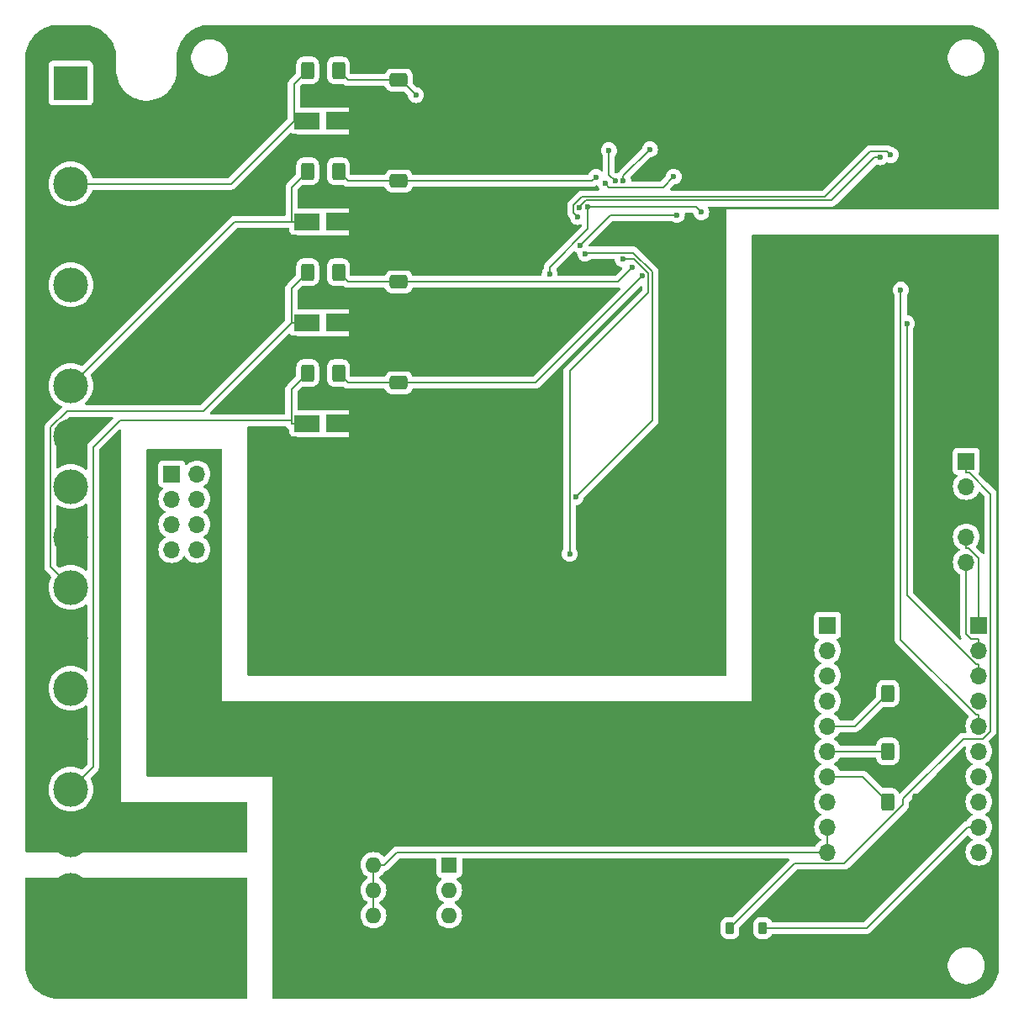
<source format=gbr>
%TF.GenerationSoftware,KiCad,Pcbnew,8.0.4-8.0.4-0~ubuntu22.04.1*%
%TF.CreationDate,2024-08-03T21:35:52+03:00*%
%TF.ProjectId,PM-AI8-U,504d2d41-4938-42d5-952e-6b696361645f,rev?*%
%TF.SameCoordinates,Original*%
%TF.FileFunction,Copper,L2,Bot*%
%TF.FilePolarity,Positive*%
%FSLAX46Y46*%
G04 Gerber Fmt 4.6, Leading zero omitted, Abs format (unit mm)*
G04 Created by KiCad (PCBNEW 8.0.4-8.0.4-0~ubuntu22.04.1) date 2024-08-03 21:35:52*
%MOMM*%
%LPD*%
G01*
G04 APERTURE LIST*
G04 Aperture macros list*
%AMRoundRect*
0 Rectangle with rounded corners*
0 $1 Rounding radius*
0 $2 $3 $4 $5 $6 $7 $8 $9 X,Y pos of 4 corners*
0 Add a 4 corners polygon primitive as box body*
4,1,4,$2,$3,$4,$5,$6,$7,$8,$9,$2,$3,0*
0 Add four circle primitives for the rounded corners*
1,1,$1+$1,$2,$3*
1,1,$1+$1,$4,$5*
1,1,$1+$1,$6,$7*
1,1,$1+$1,$8,$9*
0 Add four rect primitives between the rounded corners*
20,1,$1+$1,$2,$3,$4,$5,0*
20,1,$1+$1,$4,$5,$6,$7,0*
20,1,$1+$1,$6,$7,$8,$9,0*
20,1,$1+$1,$8,$9,$2,$3,0*%
G04 Aperture macros list end*
%TA.AperFunction,SMDPad,CuDef*%
%ADD10R,2.565400X1.651000*%
%TD*%
%TA.AperFunction,ComponentPad*%
%ADD11R,1.700000X1.700000*%
%TD*%
%TA.AperFunction,ComponentPad*%
%ADD12O,1.700000X1.700000*%
%TD*%
%TA.AperFunction,ComponentPad*%
%ADD13R,3.500000X3.500000*%
%TD*%
%TA.AperFunction,ComponentPad*%
%ADD14C,3.500000*%
%TD*%
%TA.AperFunction,ComponentPad*%
%ADD15O,6.350000X6.350000*%
%TD*%
%TA.AperFunction,SMDPad,CuDef*%
%ADD16RoundRect,0.250000X-0.400000X-0.625000X0.400000X-0.625000X0.400000X0.625000X-0.400000X0.625000X0*%
%TD*%
%TA.AperFunction,SMDPad,CuDef*%
%ADD17RoundRect,0.250000X-0.650000X0.412500X-0.650000X-0.412500X0.650000X-0.412500X0.650000X0.412500X0*%
%TD*%
%TA.AperFunction,SMDPad,CuDef*%
%ADD18RoundRect,0.250000X0.400000X0.625000X-0.400000X0.625000X-0.400000X-0.625000X0.400000X-0.625000X0*%
%TD*%
%TA.AperFunction,ComponentPad*%
%ADD19R,1.600000X1.600000*%
%TD*%
%TA.AperFunction,ComponentPad*%
%ADD20O,1.600000X1.600000*%
%TD*%
%TA.AperFunction,SMDPad,CuDef*%
%ADD21RoundRect,0.250000X1.450000X-0.537500X1.450000X0.537500X-1.450000X0.537500X-1.450000X-0.537500X0*%
%TD*%
%TA.AperFunction,SMDPad,CuDef*%
%ADD22RoundRect,0.225000X0.225000X0.375000X-0.225000X0.375000X-0.225000X-0.375000X0.225000X-0.375000X0*%
%TD*%
%TA.AperFunction,ViaPad*%
%ADD23C,0.600000*%
%TD*%
%TA.AperFunction,Conductor*%
%ADD24C,0.200000*%
%TD*%
G04 APERTURE END LIST*
D10*
%TO.P,D4,1,A1*%
%TO.N,FGND*%
X57492900Y-71120000D03*
%TO.P,D4,2,A2*%
%TO.N,/voltage_input/IN04*%
X54267100Y-71120000D03*
%TD*%
%TO.P,D2,1,A1*%
%TO.N,FGND*%
X57492900Y-60960000D03*
%TO.P,D2,2,A2*%
%TO.N,/voltage_input/IN02*%
X54267100Y-60960000D03*
%TD*%
%TO.P,D8,1,A1*%
%TO.N,FGND*%
X57492900Y-91440000D03*
%TO.P,D8,2,A2*%
%TO.N,/voltage_input/IN08*%
X54267100Y-91440000D03*
%TD*%
%TO.P,D6,1,A1*%
%TO.N,FGND*%
X57492900Y-81280000D03*
%TO.P,D6,2,A2*%
%TO.N,/voltage_input/IN06*%
X54267100Y-81280000D03*
%TD*%
D11*
%TO.P,J2,1,1*%
%TO.N,unconnected-(J2-Pad1)*%
X40640000Y-96520000D03*
D12*
%TO.P,J2,2,2*%
%TO.N,unconnected-(J2-Pad2)*%
X43180000Y-96520000D03*
%TO.P,J2,3,3*%
%TO.N,unconnected-(J2-Pad3)*%
X40640000Y-99060000D03*
%TO.P,J2,4,4*%
%TO.N,unconnected-(J2-Pad4)*%
X43180000Y-99060000D03*
%TO.P,J2,5,5*%
%TO.N,unconnected-(J2-Pad5)*%
X40640000Y-101600000D03*
%TO.P,J2,6,6*%
%TO.N,unconnected-(J2-Pad6)*%
X43180000Y-101600000D03*
%TO.P,J2,7,7*%
%TO.N,unconnected-(J2-Pad7)*%
X40640000Y-104140000D03*
%TO.P,J2,8,8*%
%TO.N,unconnected-(J2-Pad8)*%
X43180000Y-104140000D03*
%TD*%
D13*
%TO.P,J1,1,Pin_1*%
%TO.N,/voltage_input/IN01*%
X30480000Y-57150000D03*
D14*
%TO.P,J1,2,Pin_2*%
%TO.N,FGND*%
X30480000Y-62230000D03*
%TO.P,J1,3,Pin_3*%
%TO.N,/voltage_input/IN02*%
X30480000Y-67310000D03*
%TO.P,J1,4,Pin_4*%
%TO.N,FGND*%
X30480000Y-72390000D03*
%TO.P,J1,5,Pin_5*%
%TO.N,/voltage_input/IN03*%
X30480000Y-77470000D03*
%TO.P,J1,6,Pin_6*%
%TO.N,FGND*%
X30480000Y-82550000D03*
%TO.P,J1,7,Pin_7*%
%TO.N,/voltage_input/IN04*%
X30480000Y-87630000D03*
%TO.P,J1,8,Pin_8*%
%TO.N,FGND*%
X30480000Y-92710000D03*
%TO.P,J1,9,Pin_9*%
%TO.N,/voltage_input/IN05*%
X30480000Y-97790000D03*
%TO.P,J1,10,Pin_10*%
%TO.N,FGND*%
X30480000Y-102870000D03*
%TO.P,J1,11,Pin_11*%
%TO.N,/voltage_input/IN06*%
X30480000Y-107950000D03*
%TO.P,J1,12,Pin_12*%
%TO.N,FGND*%
X30480000Y-113030000D03*
%TO.P,J1,13,Pin_13*%
%TO.N,/voltage_input/IN07*%
X30480000Y-118110000D03*
%TO.P,J1,14,Pin_14*%
%TO.N,FGND*%
X30480000Y-123190000D03*
%TO.P,J1,15,Pin_15*%
%TO.N,/voltage_input/IN08*%
X30480000Y-128270000D03*
%TO.P,J1,16,Pin_16*%
%TO.N,FGND*%
X30480000Y-133350000D03*
%TO.P,J1,17,Pin_17*%
%TO.N,PE*%
X30480000Y-138430000D03*
%TO.P,J1,18,Pin_18*%
X30480000Y-143510000D03*
%TD*%
D11*
%TO.P,J5,1,Pin_1*%
%TO.N,+5V*%
X120650000Y-95250000D03*
D12*
%TO.P,J5,2,Pin_2*%
%TO.N,unconnected-(J5-Pin_2-Pad2)*%
X120650000Y-97790000D03*
%TO.P,J5,3,Pin_3*%
%TO.N,GND*%
X120650000Y-100330000D03*
%TO.P,J5,4,Pin_4*%
%TO.N,/SDA*%
X120650000Y-102870000D03*
%TO.P,J5,5,Pin_5*%
%TO.N,/SCL*%
X120650000Y-105410000D03*
%TD*%
D15*
%TO.P,D9,1,1*%
%TO.N,PE*%
X44450000Y-146050000D03*
%TD*%
D16*
%TO.P,R4,1*%
%TO.N,/voltage_input/IN04*%
X54330000Y-66040000D03*
%TO.P,R4,2*%
%TO.N,/AD_VIN3*%
X57430000Y-66040000D03*
%TD*%
D17*
%TO.P,C6,1*%
%TO.N,/AD_VIN5*%
X63500000Y-77177500D03*
%TO.P,C6,2*%
%TO.N,FGND*%
X63500000Y-80302500D03*
%TD*%
D11*
%TO.P,J3,1,Pin_1*%
%TO.N,/SDA*%
X121920000Y-111760000D03*
D12*
%TO.P,J3,2,Pin_2*%
%TO.N,/SCL*%
X121920000Y-114300000D03*
%TO.P,J3,3,Pin_3*%
%TO.N,/MOSI*%
X121920000Y-116840000D03*
%TO.P,J3,4,Pin_4*%
%TO.N,/MISO*%
X121920000Y-119380000D03*
%TO.P,J3,5,Pin_5*%
%TO.N,/CLK*%
X121920000Y-121920000D03*
%TO.P,J3,6,Pin_6*%
%TO.N,/CS*%
X121920000Y-124460000D03*
%TO.P,J3,7,Pin_7*%
%TO.N,unconnected-(J3-Pin_7-Pad7)*%
X121920000Y-127000000D03*
%TO.P,J3,8,Pin_8*%
%TO.N,unconnected-(J3-Pin_8-Pad8)*%
X121920000Y-129540000D03*
%TO.P,J3,9,Pin_9*%
%TO.N,Net-(D13-K)*%
X121920000Y-132080000D03*
%TO.P,J3,10,Pin_10*%
%TO.N,unconnected-(J3-Pin_10-Pad10)*%
X121920000Y-134620000D03*
%TO.P,J3,11,Pin_11*%
%TO.N,GND*%
X121920000Y-137160000D03*
%TO.P,J3,12,Pin_12*%
X121920000Y-139700000D03*
%TD*%
D18*
%TO.P,R17,1*%
%TO.N,GND*%
X115850000Y-118630000D03*
%TO.P,R17,2*%
%TO.N,/A3*%
X112750000Y-118630000D03*
%TD*%
D16*
%TO.P,R8,1*%
%TO.N,/voltage_input/IN08*%
X54330000Y-86360000D03*
%TO.P,R8,2*%
%TO.N,/AD_VIN7*%
X57430000Y-86360000D03*
%TD*%
D17*
%TO.P,C8,1*%
%TO.N,/AD_VIN7*%
X63500000Y-87337500D03*
%TO.P,C8,2*%
%TO.N,FGND*%
X63500000Y-90462500D03*
%TD*%
D19*
%TO.P,SW1,1*%
%TO.N,/A1*%
X68580000Y-135890000D03*
D20*
%TO.P,SW1,2*%
%TO.N,/A2*%
X68580000Y-138430000D03*
%TO.P,SW1,3*%
%TO.N,/A3*%
X68580000Y-140970000D03*
%TO.P,SW1,4*%
%TO.N,+3.3V*%
X60960000Y-140970000D03*
%TO.P,SW1,5*%
X60960000Y-138430000D03*
%TO.P,SW1,6*%
X60960000Y-135890000D03*
%TD*%
D16*
%TO.P,R2,1*%
%TO.N,/voltage_input/IN02*%
X54330000Y-55880000D03*
%TO.P,R2,2*%
%TO.N,/AD_VIN1*%
X57430000Y-55880000D03*
%TD*%
D17*
%TO.P,C2,1*%
%TO.N,/AD_VIN1*%
X63500000Y-56857500D03*
%TO.P,C2,2*%
%TO.N,FGND*%
X63500000Y-59982500D03*
%TD*%
D16*
%TO.P,R6,1*%
%TO.N,/voltage_input/IN06*%
X54330000Y-76200000D03*
%TO.P,R6,2*%
%TO.N,/AD_VIN5*%
X57430000Y-76200000D03*
%TD*%
D18*
%TO.P,R16,1*%
%TO.N,GND*%
X115850000Y-124460000D03*
%TO.P,R16,2*%
%TO.N,/A2*%
X112750000Y-124460000D03*
%TD*%
D11*
%TO.P,J4,1,Pin_1*%
%TO.N,unconnected-(J4-Pin_1-Pad1)*%
X106680000Y-111760000D03*
D12*
%TO.P,J4,2,Pin_2*%
%TO.N,unconnected-(J4-Pin_2-Pad2)*%
X106680000Y-114300000D03*
%TO.P,J4,3,Pin_3*%
%TO.N,unconnected-(J4-Pin_3-Pad3)*%
X106680000Y-116840000D03*
%TO.P,J4,4,Pin_4*%
%TO.N,unconnected-(J4-Pin_4-Pad4)*%
X106680000Y-119380000D03*
%TO.P,J4,5,Pin_5*%
%TO.N,/A3*%
X106680000Y-121920000D03*
%TO.P,J4,6,Pin_6*%
%TO.N,/A2*%
X106680000Y-124460000D03*
%TO.P,J4,7,Pin_7*%
%TO.N,/A1*%
X106680000Y-127000000D03*
%TO.P,J4,8,Pin_8*%
%TO.N,unconnected-(J4-Pin_8-Pad8)*%
X106680000Y-129540000D03*
%TO.P,J4,9,Pin_9*%
%TO.N,+3.3V*%
X106680000Y-132080000D03*
%TO.P,J4,10,Pin_10*%
X106680000Y-134620000D03*
%TO.P,J4,11,Pin_11*%
%TO.N,GND*%
X106680000Y-137160000D03*
%TO.P,J4,12,Pin_12*%
X106680000Y-139700000D03*
%TD*%
D17*
%TO.P,C4,1*%
%TO.N,/AD_VIN3*%
X63500000Y-67017500D03*
%TO.P,C4,2*%
%TO.N,FGND*%
X63500000Y-70142500D03*
%TD*%
D21*
%TO.P,C9,1*%
%TO.N,PE*%
X39370000Y-138027500D03*
%TO.P,C9,2*%
%TO.N,FGND*%
X39370000Y-133752500D03*
%TD*%
D18*
%TO.P,R15,1*%
%TO.N,GND*%
X115850000Y-129540000D03*
%TO.P,R15,2*%
%TO.N,/A1*%
X112750000Y-129540000D03*
%TD*%
D22*
%TO.P,D13,1,K*%
%TO.N,Net-(D13-K)*%
X100150800Y-142240000D03*
%TO.P,D13,2,A*%
%TO.N,+5V*%
X96850800Y-142240000D03*
%TD*%
D23*
%TO.N,FGND*%
X76200000Y-60960000D03*
X73849251Y-60860863D03*
X81280000Y-76200000D03*
X81280000Y-78740000D03*
%TO.N,GND*%
X119380000Y-83820000D03*
X116840000Y-83820000D03*
%TO.N,Net-(D11-K)*%
X86057300Y-74893800D03*
X80724900Y-104571600D03*
%TO.N,Net-(D10-K)*%
X82293300Y-74344400D03*
X81313000Y-98868700D03*
%TO.N,+3.3V_ISO*%
X84318300Y-67286900D03*
X91186000Y-66580600D03*
%TO.N,/CLK*%
X114062300Y-77981500D03*
%TO.N,/MOSI*%
X114680700Y-81351700D03*
%TO.N,/isolation/CS_ISO*%
X81731000Y-73497500D03*
X91499300Y-70434400D03*
%TO.N,/isolation/CLK_ISO*%
X81519900Y-70644600D03*
X113042800Y-64392200D03*
%TO.N,/isolation/MISO_ISO*%
X82543900Y-69635300D03*
X78697800Y-76429200D03*
X93964700Y-70162800D03*
%TO.N,/isolation/MOSI_ISO*%
X81706900Y-69681100D03*
X112014000Y-64639100D03*
%TO.N,Net-(U1-REGCAPA)*%
X85286000Y-67017900D03*
X84670400Y-63926300D03*
%TO.N,Net-(U1-REFOUT)*%
X88790400Y-63834700D03*
X86104100Y-67038000D03*
%TO.N,/AD_VIN7*%
X88005200Y-76585400D03*
%TO.N,/AD_VIN3*%
X83350300Y-66623200D03*
%TO.N,/AD_VIN5*%
X86993700Y-75720300D03*
%TO.N,/AD_VIN1*%
X65231800Y-58364800D03*
%TD*%
D24*
%TO.N,+3.3V_ISO*%
X91186000Y-66580600D02*
X90126900Y-67639700D01*
X90126900Y-67639700D02*
X84671100Y-67639700D01*
X84671100Y-67639700D02*
X84318300Y-67286900D01*
%TO.N,/isolation/MOSI_ISO*%
X112014000Y-64639100D02*
X111425300Y-64639100D01*
X111425300Y-64639100D02*
X107083800Y-68980600D01*
X107083800Y-68980600D02*
X82330600Y-68980600D01*
X82330600Y-68980600D02*
X81706900Y-69604300D01*
X81706900Y-69604300D02*
X81706900Y-69681100D01*
%TO.N,/isolation/CLK_ISO*%
X113042800Y-64392200D02*
X112689700Y-64039100D01*
X112689700Y-64039100D02*
X110977200Y-64039100D01*
X110977200Y-64039100D02*
X106437400Y-68578900D01*
X106437400Y-68578900D02*
X81955300Y-68578900D01*
X81955300Y-68578900D02*
X81085400Y-69448800D01*
X81085400Y-69448800D02*
X81085400Y-70210100D01*
X81085400Y-70210100D02*
X81519900Y-70644600D01*
%TO.N,/A2*%
X112750000Y-124460000D02*
X106680000Y-124460000D01*
%TO.N,/A3*%
X109460000Y-121920000D02*
X106680000Y-121920000D01*
X112750000Y-118630000D02*
X109460000Y-121920000D01*
%TO.N,/A1*%
X110210000Y-127000000D02*
X112750000Y-129540000D01*
X106680000Y-127000000D02*
X110210000Y-127000000D01*
%TO.N,+3.3V*%
X60960000Y-138430000D02*
X60960000Y-140970000D01*
X106680000Y-134620000D02*
X106680000Y-132080000D01*
X60960000Y-135890000D02*
X60960000Y-138430000D01*
X63331700Y-134620000D02*
X106680000Y-134620000D01*
X62061700Y-135890000D02*
X63331700Y-134620000D01*
X60960000Y-135890000D02*
X62061700Y-135890000D01*
%TO.N,/SDA*%
X120650000Y-102870000D02*
X120650000Y-104021700D01*
X120918500Y-104021700D02*
X120650000Y-104021700D01*
X121920000Y-105023200D02*
X120918500Y-104021700D01*
X121920000Y-110608300D02*
X121920000Y-105023200D01*
X121920000Y-111760000D02*
X121920000Y-110608300D01*
%TO.N,/SCL*%
X121920000Y-114300000D02*
X121920000Y-113148300D01*
X120650000Y-112670100D02*
X120650000Y-105410000D01*
X121128200Y-113148300D02*
X120650000Y-112670100D01*
X121920000Y-113148300D02*
X121128200Y-113148300D01*
%TO.N,Net-(D13-K)*%
X110608300Y-142240000D02*
X120768300Y-132080000D01*
X100150800Y-142240000D02*
X110608300Y-142240000D01*
X121920000Y-132080000D02*
X120768300Y-132080000D01*
%TO.N,Net-(D11-K)*%
X80711300Y-104558000D02*
X80724900Y-104571600D01*
X80711300Y-86145500D02*
X80711300Y-104558000D01*
X88637000Y-78219800D02*
X80711300Y-86145500D01*
X88637000Y-76329300D02*
X88637000Y-78219800D01*
X87201500Y-74893800D02*
X88637000Y-76329300D01*
X86057300Y-74893800D02*
X87201500Y-74893800D01*
%TO.N,Net-(D10-K)*%
X89039600Y-91142100D02*
X81313000Y-98868700D01*
X89039600Y-76151800D02*
X89039600Y-91142100D01*
X87128600Y-74240800D02*
X89039600Y-76151800D01*
X82396900Y-74240800D02*
X87128600Y-74240800D01*
X82293300Y-74344400D02*
X82396900Y-74240800D01*
%TO.N,+5V*%
X120937900Y-96401700D02*
X120650000Y-96401700D01*
X123082800Y-98546600D02*
X120937900Y-96401700D01*
X123082800Y-122414400D02*
X123082800Y-98546600D01*
X122307200Y-123190000D02*
X123082800Y-122414400D01*
X120357300Y-123190000D02*
X122307200Y-123190000D01*
X114300000Y-129247300D02*
X120357300Y-123190000D01*
X114300000Y-129825900D02*
X114300000Y-129247300D01*
X108354200Y-135771700D02*
X114300000Y-129825900D01*
X103319100Y-135771700D02*
X108354200Y-135771700D01*
X96850800Y-142240000D02*
X103319100Y-135771700D01*
X120650000Y-95250000D02*
X120650000Y-96401700D01*
%TO.N,/CLK*%
X114062300Y-113198500D02*
X114062300Y-77981500D01*
X121632100Y-120768300D02*
X114062300Y-113198500D01*
X121920000Y-120768300D02*
X121632100Y-120768300D01*
X121920000Y-121920000D02*
X121920000Y-120768300D01*
%TO.N,/MOSI*%
X114680700Y-108736900D02*
X114680700Y-81351700D01*
X121632100Y-115688300D02*
X114680700Y-108736900D01*
X121920000Y-115688300D02*
X121632100Y-115688300D01*
X121920000Y-116840000D02*
X121920000Y-115688300D01*
%TO.N,/isolation/CS_ISO*%
X84794100Y-70434400D02*
X91499300Y-70434400D01*
X81731000Y-73497500D02*
X84794100Y-70434400D01*
%TO.N,/isolation/MISO_ISO*%
X93437200Y-69635300D02*
X93964700Y-70162800D01*
X82543900Y-69635300D02*
X93437200Y-69635300D01*
X78697800Y-75679900D02*
X78697800Y-76429200D01*
X82543900Y-71833800D02*
X78697800Y-75679900D01*
X82543900Y-69635300D02*
X82543900Y-71833800D01*
%TO.N,Net-(U1-REGCAPA)*%
X84670400Y-66402300D02*
X84670400Y-63926300D01*
X85286000Y-67017900D02*
X84670400Y-66402300D01*
%TO.N,Net-(U1-REFOUT)*%
X86104100Y-66521000D02*
X86104100Y-67038000D01*
X88790400Y-63834700D02*
X86104100Y-66521000D01*
%TO.N,/AD_VIN7*%
X58407500Y-87337500D02*
X63500000Y-87337500D01*
X57430000Y-86360000D02*
X58407500Y-87337500D01*
X77253100Y-87337500D02*
X88005200Y-76585400D01*
X63500000Y-87337500D02*
X77253100Y-87337500D01*
%TO.N,/AD_VIN3*%
X58407500Y-67017500D02*
X63500000Y-67017500D01*
X57430000Y-66040000D02*
X58407500Y-67017500D01*
X82956000Y-67017500D02*
X83350300Y-66623200D01*
X63500000Y-67017500D02*
X82956000Y-67017500D01*
%TO.N,/AD_VIN5*%
X58407500Y-77177500D02*
X63500000Y-77177500D01*
X57430000Y-76200000D02*
X58407500Y-77177500D01*
X85536500Y-77177500D02*
X86993700Y-75720300D01*
X63500000Y-77177500D02*
X85536500Y-77177500D01*
%TO.N,/AD_VIN1*%
X58407500Y-56857500D02*
X63500000Y-56857500D01*
X57430000Y-55880000D02*
X58407500Y-56857500D01*
X63724500Y-56857500D02*
X65231800Y-58364800D01*
X63500000Y-56857500D02*
X63724500Y-56857500D01*
%TO.N,/voltage_input/IN08*%
X54267100Y-91440000D02*
X52682700Y-91440000D01*
X32717600Y-126032400D02*
X30480000Y-128270000D01*
X32717600Y-93817800D02*
X32717600Y-126032400D01*
X35426600Y-91108800D02*
X32717600Y-93817800D01*
X52682700Y-91108800D02*
X35426600Y-91108800D01*
X52682700Y-91440000D02*
X52682700Y-91108800D01*
X52682700Y-88007300D02*
X54330000Y-86360000D01*
X52682700Y-91108800D02*
X52682700Y-88007300D01*
%TO.N,/voltage_input/IN06*%
X54267100Y-81280000D02*
X52682700Y-81280000D01*
X52682700Y-77847300D02*
X54330000Y-76200000D01*
X52682700Y-81280000D02*
X52682700Y-77847300D01*
X28419000Y-105889000D02*
X30480000Y-107950000D01*
X28419000Y-91843900D02*
X28419000Y-105889000D01*
X30092900Y-90170000D02*
X28419000Y-91843900D01*
X43792700Y-90170000D02*
X30092900Y-90170000D01*
X52682700Y-81280000D02*
X43792700Y-90170000D01*
%TO.N,/voltage_input/IN04*%
X54267100Y-71120000D02*
X52709400Y-71120000D01*
X46990000Y-71120000D02*
X30480000Y-87630000D01*
X52709400Y-71120000D02*
X46990000Y-71120000D01*
X52709400Y-67660600D02*
X54330000Y-66040000D01*
X52709400Y-71120000D02*
X52709400Y-67660600D01*
%TO.N,/voltage_input/IN02*%
X54267100Y-60960000D02*
X52936000Y-60960000D01*
X46586000Y-67310000D02*
X30480000Y-67310000D01*
X52936000Y-60960000D02*
X46586000Y-67310000D01*
X52936000Y-57274000D02*
X52936000Y-60960000D01*
X54330000Y-55880000D02*
X52936000Y-57274000D01*
%TD*%
%TA.AperFunction,Conductor*%
%TO.N,PE*%
G36*
X48203039Y-137179685D02*
G01*
X48248794Y-137232489D01*
X48260000Y-137284000D01*
X48260000Y-149235500D01*
X48240315Y-149302539D01*
X48187511Y-149348294D01*
X48136000Y-149359500D01*
X29213246Y-149359500D01*
X29206756Y-149359330D01*
X28870549Y-149341709D01*
X28857641Y-149340352D01*
X28528337Y-149288196D01*
X28515642Y-149285498D01*
X28193586Y-149199204D01*
X28181241Y-149195193D01*
X27869972Y-149075708D01*
X27858115Y-149070429D01*
X27561029Y-148919055D01*
X27549802Y-148912573D01*
X27270171Y-148730978D01*
X27259683Y-148723359D01*
X27000558Y-148513524D01*
X26990913Y-148504839D01*
X26755160Y-148269086D01*
X26746475Y-148259441D01*
X26657648Y-148149749D01*
X26536638Y-148000313D01*
X26529023Y-147989832D01*
X26347423Y-147710191D01*
X26340947Y-147698976D01*
X26189565Y-147401873D01*
X26184296Y-147390038D01*
X26064803Y-147078749D01*
X26060798Y-147066422D01*
X25974497Y-146744342D01*
X25971806Y-146731677D01*
X25919647Y-146402358D01*
X25918290Y-146389450D01*
X25900670Y-146053243D01*
X25900500Y-146046753D01*
X25900500Y-137284000D01*
X25920185Y-137216961D01*
X25972989Y-137171206D01*
X26024500Y-137160000D01*
X33020000Y-137160000D01*
X40640000Y-137160000D01*
X45720000Y-137160000D01*
X48136000Y-137160000D01*
X48203039Y-137179685D01*
G37*
%TD.AperFunction*%
%TD*%
%TA.AperFunction,Conductor*%
%TO.N,FGND*%
G36*
X81210534Y-74118913D02*
G01*
X81233167Y-74130099D01*
X81260724Y-74147414D01*
X81381473Y-74223287D01*
X81381477Y-74223288D01*
X81381478Y-74223289D01*
X81404690Y-74231411D01*
X81461464Y-74272130D01*
X81487213Y-74337082D01*
X81487421Y-74341619D01*
X81507930Y-74523649D01*
X81507931Y-74523654D01*
X81567511Y-74693923D01*
X81649559Y-74824500D01*
X81663484Y-74846662D01*
X81791038Y-74974216D01*
X81943778Y-75070189D01*
X82047103Y-75106344D01*
X82114045Y-75129768D01*
X82114050Y-75129769D01*
X82293296Y-75149965D01*
X82293300Y-75149965D01*
X82293304Y-75149965D01*
X82472549Y-75129769D01*
X82472552Y-75129768D01*
X82472555Y-75129768D01*
X82642822Y-75070189D01*
X82795562Y-74974216D01*
X82892160Y-74877618D01*
X82953484Y-74844134D01*
X82979841Y-74841300D01*
X85135006Y-74841300D01*
X85202045Y-74860985D01*
X85247800Y-74913789D01*
X85258226Y-74951416D01*
X85271930Y-75073050D01*
X85271931Y-75073054D01*
X85331511Y-75243323D01*
X85374152Y-75311185D01*
X85427484Y-75396062D01*
X85555038Y-75523616D01*
X85707778Y-75619589D01*
X85878045Y-75679168D01*
X85898582Y-75681481D01*
X85962994Y-75708547D01*
X86002551Y-75766141D01*
X86004690Y-75835978D01*
X85972380Y-75892383D01*
X85324084Y-76540681D01*
X85262761Y-76574166D01*
X85236403Y-76577000D01*
X79625468Y-76577000D01*
X79558429Y-76557315D01*
X79512674Y-76504511D01*
X79502248Y-76439116D01*
X79503365Y-76429202D01*
X79503365Y-76429196D01*
X79483169Y-76249950D01*
X79483168Y-76249945D01*
X79423588Y-76079675D01*
X79369569Y-75993706D01*
X79350568Y-75926469D01*
X79370935Y-75859634D01*
X79386876Y-75840057D01*
X81079521Y-74147412D01*
X81140842Y-74113929D01*
X81210534Y-74118913D01*
G37*
%TD.AperFunction*%
%TA.AperFunction,Conductor*%
G36*
X31753243Y-51300669D02*
G01*
X32089450Y-51318290D01*
X32102358Y-51319647D01*
X32431677Y-51371806D01*
X32444342Y-51374497D01*
X32766422Y-51460798D01*
X32778749Y-51464803D01*
X33090038Y-51584296D01*
X33101873Y-51589565D01*
X33398976Y-51740947D01*
X33410191Y-51747423D01*
X33689832Y-51929023D01*
X33700313Y-51936638D01*
X33959441Y-52146475D01*
X33969086Y-52155160D01*
X34204839Y-52390913D01*
X34213524Y-52400558D01*
X34423359Y-52659683D01*
X34430978Y-52670171D01*
X34612573Y-52949802D01*
X34619055Y-52961029D01*
X34748834Y-53215733D01*
X34770429Y-53258115D01*
X34775708Y-53269972D01*
X34895193Y-53581241D01*
X34899204Y-53593586D01*
X34985498Y-53915642D01*
X34988196Y-53928337D01*
X35040352Y-54257641D01*
X35041709Y-54270549D01*
X35059330Y-54606756D01*
X35059500Y-54613246D01*
X35059500Y-55814108D01*
X35059500Y-55880000D01*
X35059500Y-56039346D01*
X35068573Y-56125668D01*
X35092812Y-56356295D01*
X35092813Y-56356296D01*
X35159070Y-56668014D01*
X35159071Y-56668015D01*
X35159072Y-56668019D01*
X35257553Y-56971113D01*
X35387176Y-57262253D01*
X35387178Y-57262257D01*
X35387181Y-57262262D01*
X35546520Y-57538246D01*
X35546520Y-57538247D01*
X35733851Y-57796083D01*
X35793688Y-57862538D01*
X35947091Y-58032909D01*
X36059670Y-58134275D01*
X36183916Y-58246148D01*
X36183922Y-58246152D01*
X36183925Y-58246155D01*
X36345766Y-58363740D01*
X36441753Y-58433479D01*
X36482718Y-58457130D01*
X36717747Y-58592824D01*
X37008887Y-58722447D01*
X37311981Y-58820928D01*
X37311984Y-58820928D01*
X37311985Y-58820929D01*
X37354934Y-58830058D01*
X37623708Y-58887188D01*
X37940654Y-58920500D01*
X37940658Y-58920500D01*
X38259342Y-58920500D01*
X38259346Y-58920500D01*
X38576292Y-58887188D01*
X38888019Y-58820928D01*
X39191113Y-58722447D01*
X39482253Y-58592824D01*
X39758246Y-58433479D01*
X39758247Y-58433479D01*
X39827266Y-58383333D01*
X40016075Y-58246155D01*
X40252909Y-58032909D01*
X40466155Y-57796075D01*
X40627433Y-57574096D01*
X40653479Y-57538247D01*
X40653479Y-57538246D01*
X40655874Y-57534098D01*
X40812824Y-57262253D01*
X40942447Y-56971113D01*
X41040928Y-56668019D01*
X41107188Y-56356292D01*
X41140500Y-56039346D01*
X41140500Y-55880000D01*
X41140500Y-55814108D01*
X41140500Y-54613246D01*
X41140670Y-54606756D01*
X41146029Y-54504500D01*
X41146856Y-54488711D01*
X42599500Y-54488711D01*
X42599500Y-54731288D01*
X42631161Y-54971785D01*
X42693947Y-55206104D01*
X42786773Y-55430205D01*
X42786776Y-55430212D01*
X42908064Y-55640289D01*
X42908066Y-55640292D01*
X42908067Y-55640293D01*
X43055733Y-55832736D01*
X43055739Y-55832743D01*
X43227256Y-56004260D01*
X43227263Y-56004266D01*
X43340321Y-56091018D01*
X43419711Y-56151936D01*
X43629788Y-56273224D01*
X43853900Y-56366054D01*
X44088211Y-56428838D01*
X44268586Y-56452584D01*
X44328711Y-56460500D01*
X44328712Y-56460500D01*
X44571289Y-56460500D01*
X44619388Y-56454167D01*
X44811789Y-56428838D01*
X45046100Y-56366054D01*
X45270212Y-56273224D01*
X45480289Y-56151936D01*
X45672738Y-56004265D01*
X45844265Y-55832738D01*
X45991936Y-55640289D01*
X46113224Y-55430212D01*
X46206054Y-55206100D01*
X46268838Y-54971789D01*
X46300500Y-54731288D01*
X46300500Y-54488712D01*
X46300500Y-54488711D01*
X118799500Y-54488711D01*
X118799500Y-54731288D01*
X118831161Y-54971785D01*
X118893947Y-55206104D01*
X118986773Y-55430205D01*
X118986776Y-55430212D01*
X119108064Y-55640289D01*
X119108066Y-55640292D01*
X119108067Y-55640293D01*
X119255733Y-55832736D01*
X119255739Y-55832743D01*
X119427256Y-56004260D01*
X119427263Y-56004266D01*
X119540321Y-56091018D01*
X119619711Y-56151936D01*
X119829788Y-56273224D01*
X120053900Y-56366054D01*
X120288211Y-56428838D01*
X120468586Y-56452584D01*
X120528711Y-56460500D01*
X120528712Y-56460500D01*
X120771289Y-56460500D01*
X120819388Y-56454167D01*
X121011789Y-56428838D01*
X121246100Y-56366054D01*
X121470212Y-56273224D01*
X121680289Y-56151936D01*
X121872738Y-56004265D01*
X122044265Y-55832738D01*
X122191936Y-55640289D01*
X122313224Y-55430212D01*
X122406054Y-55206100D01*
X122468838Y-54971789D01*
X122500500Y-54731288D01*
X122500500Y-54488712D01*
X122468838Y-54248211D01*
X122406054Y-54013900D01*
X122313224Y-53789788D01*
X122191936Y-53579711D01*
X122044265Y-53387262D01*
X122044260Y-53387256D01*
X121872743Y-53215739D01*
X121872736Y-53215733D01*
X121680293Y-53068067D01*
X121680292Y-53068066D01*
X121680289Y-53068064D01*
X121494909Y-52961035D01*
X121470214Y-52946777D01*
X121470205Y-52946773D01*
X121246104Y-52853947D01*
X121011785Y-52791161D01*
X120771289Y-52759500D01*
X120771288Y-52759500D01*
X120528712Y-52759500D01*
X120528711Y-52759500D01*
X120288214Y-52791161D01*
X120053895Y-52853947D01*
X119829794Y-52946773D01*
X119829785Y-52946777D01*
X119619706Y-53068067D01*
X119427263Y-53215733D01*
X119427256Y-53215739D01*
X119255739Y-53387256D01*
X119255733Y-53387263D01*
X119108067Y-53579706D01*
X118986777Y-53789785D01*
X118986773Y-53789794D01*
X118893947Y-54013895D01*
X118831161Y-54248214D01*
X118799500Y-54488711D01*
X46300500Y-54488711D01*
X46268838Y-54248211D01*
X46206054Y-54013900D01*
X46113224Y-53789788D01*
X45991936Y-53579711D01*
X45844265Y-53387262D01*
X45844260Y-53387256D01*
X45672743Y-53215739D01*
X45672736Y-53215733D01*
X45480293Y-53068067D01*
X45480292Y-53068066D01*
X45480289Y-53068064D01*
X45294909Y-52961035D01*
X45270214Y-52946777D01*
X45270205Y-52946773D01*
X45046104Y-52853947D01*
X44811785Y-52791161D01*
X44571289Y-52759500D01*
X44571288Y-52759500D01*
X44328712Y-52759500D01*
X44328711Y-52759500D01*
X44088214Y-52791161D01*
X43853895Y-52853947D01*
X43629794Y-52946773D01*
X43629785Y-52946777D01*
X43419706Y-53068067D01*
X43227263Y-53215733D01*
X43227256Y-53215739D01*
X43055739Y-53387256D01*
X43055733Y-53387263D01*
X42908067Y-53579706D01*
X42786777Y-53789785D01*
X42786773Y-53789794D01*
X42693947Y-54013895D01*
X42631161Y-54248214D01*
X42599500Y-54488711D01*
X41146856Y-54488711D01*
X41158290Y-54270547D01*
X41159647Y-54257641D01*
X41161141Y-54248211D01*
X41211806Y-53928318D01*
X41214496Y-53915661D01*
X41300799Y-53593571D01*
X41304801Y-53581256D01*
X41424298Y-53269954D01*
X41429561Y-53258133D01*
X41580951Y-52961014D01*
X41587417Y-52949816D01*
X41769029Y-52670158D01*
X41776631Y-52659695D01*
X41986483Y-52400548D01*
X41995150Y-52390923D01*
X42230923Y-52155150D01*
X42240548Y-52146483D01*
X42499695Y-51936631D01*
X42510158Y-51929029D01*
X42789816Y-51747417D01*
X42801014Y-51740951D01*
X43098133Y-51589561D01*
X43109954Y-51584298D01*
X43421256Y-51464801D01*
X43433571Y-51460799D01*
X43755661Y-51374496D01*
X43768318Y-51371806D01*
X44097643Y-51319646D01*
X44110547Y-51318290D01*
X44446756Y-51300669D01*
X44453246Y-51300500D01*
X44515892Y-51300500D01*
X120584108Y-51300500D01*
X120646754Y-51300500D01*
X120653243Y-51300669D01*
X120989450Y-51318290D01*
X121002358Y-51319647D01*
X121331677Y-51371806D01*
X121344342Y-51374497D01*
X121666422Y-51460798D01*
X121678749Y-51464803D01*
X121990038Y-51584296D01*
X122001873Y-51589565D01*
X122298976Y-51740947D01*
X122310191Y-51747423D01*
X122589832Y-51929023D01*
X122600313Y-51936638D01*
X122859441Y-52146475D01*
X122869086Y-52155160D01*
X123104839Y-52390913D01*
X123113524Y-52400558D01*
X123323359Y-52659683D01*
X123330978Y-52670171D01*
X123512573Y-52949802D01*
X123519055Y-52961029D01*
X123648834Y-53215733D01*
X123670429Y-53258115D01*
X123675708Y-53269972D01*
X123795193Y-53581241D01*
X123799204Y-53593586D01*
X123885498Y-53915642D01*
X123888196Y-53928337D01*
X123940352Y-54257641D01*
X123941709Y-54270549D01*
X123959330Y-54606756D01*
X123959500Y-54613246D01*
X123959500Y-69726000D01*
X123939815Y-69793039D01*
X123887011Y-69838794D01*
X123835500Y-69850000D01*
X96520000Y-69850000D01*
X96520000Y-116716000D01*
X96500315Y-116783039D01*
X96447511Y-116828794D01*
X96396000Y-116840000D01*
X48384000Y-116840000D01*
X48316961Y-116820315D01*
X48271206Y-116767511D01*
X48260000Y-116716000D01*
X48260000Y-91833300D01*
X48279685Y-91766261D01*
X48332489Y-91720506D01*
X48384000Y-91709300D01*
X52073191Y-91709300D01*
X52140230Y-91728985D01*
X52180578Y-91771300D01*
X52202180Y-91808716D01*
X52313984Y-91920520D01*
X52313986Y-91920521D01*
X52313990Y-91920524D01*
X52421899Y-91982825D01*
X52470115Y-92033391D01*
X52483900Y-92090211D01*
X52483900Y-92313369D01*
X52483901Y-92313376D01*
X52490308Y-92372983D01*
X52540602Y-92507828D01*
X52540606Y-92507835D01*
X52626852Y-92623044D01*
X52626855Y-92623047D01*
X52742064Y-92709293D01*
X52742071Y-92709297D01*
X52787018Y-92726061D01*
X52876917Y-92759591D01*
X52936527Y-92766000D01*
X53217637Y-92765999D01*
X53284676Y-92785683D01*
X53285318Y-92786200D01*
X53289200Y-92786200D01*
X58470800Y-92786200D01*
X58470800Y-92316300D01*
X56283400Y-92316300D01*
X56216361Y-92296615D01*
X56170606Y-92243811D01*
X56159400Y-92192300D01*
X56159400Y-90687700D01*
X56179085Y-90620661D01*
X56231889Y-90574906D01*
X56283400Y-90563700D01*
X58470800Y-90563700D01*
X58470800Y-90093800D01*
X53407200Y-90093800D01*
X53340161Y-90074115D01*
X53294406Y-90021311D01*
X53283200Y-89969800D01*
X53283200Y-88307396D01*
X53302885Y-88240357D01*
X53319515Y-88219719D01*
X53769138Y-87770095D01*
X53830459Y-87736612D01*
X53869421Y-87734420D01*
X53879991Y-87735500D01*
X54780008Y-87735499D01*
X54780016Y-87735498D01*
X54780019Y-87735498D01*
X54836302Y-87729748D01*
X54882797Y-87724999D01*
X55049334Y-87669814D01*
X55198656Y-87577712D01*
X55322712Y-87453656D01*
X55414814Y-87304334D01*
X55469999Y-87137797D01*
X55480500Y-87035009D01*
X55480499Y-85684992D01*
X55478864Y-85668991D01*
X55469999Y-85582203D01*
X55469998Y-85582200D01*
X55426695Y-85451521D01*
X55414814Y-85415666D01*
X55322712Y-85266344D01*
X55198656Y-85142288D01*
X55049334Y-85050186D01*
X54882797Y-84995001D01*
X54882795Y-84995000D01*
X54780010Y-84984500D01*
X53879998Y-84984500D01*
X53879980Y-84984501D01*
X53777203Y-84995000D01*
X53777200Y-84995001D01*
X53610668Y-85050185D01*
X53610663Y-85050187D01*
X53461342Y-85142289D01*
X53337289Y-85266342D01*
X53245187Y-85415663D01*
X53245186Y-85415666D01*
X53190001Y-85582203D01*
X53190001Y-85582204D01*
X53190000Y-85582204D01*
X53179500Y-85684983D01*
X53179500Y-86609902D01*
X53159815Y-86676941D01*
X53143183Y-86697581D01*
X52313986Y-87526778D01*
X52313984Y-87526780D01*
X52263054Y-87577710D01*
X52202181Y-87638582D01*
X52202180Y-87638584D01*
X52184150Y-87669814D01*
X52123123Y-87775515D01*
X52082199Y-87928243D01*
X52082199Y-87928245D01*
X52082199Y-88096346D01*
X52082200Y-88096359D01*
X52082200Y-90384300D01*
X52062515Y-90451339D01*
X52009711Y-90497094D01*
X51958200Y-90508300D01*
X44602997Y-90508300D01*
X44535958Y-90488615D01*
X44490203Y-90435811D01*
X44480259Y-90366653D01*
X44509284Y-90303097D01*
X44515316Y-90296619D01*
X48454019Y-86357916D01*
X52406666Y-82405268D01*
X52467987Y-82371785D01*
X52537679Y-82376769D01*
X52593611Y-82418640D01*
X52626852Y-82463044D01*
X52626855Y-82463047D01*
X52742064Y-82549293D01*
X52742071Y-82549297D01*
X52787018Y-82566061D01*
X52876917Y-82599591D01*
X52936527Y-82606000D01*
X53217637Y-82605999D01*
X53284676Y-82625683D01*
X53285318Y-82626200D01*
X53289200Y-82626200D01*
X58470800Y-82626200D01*
X58470800Y-82156300D01*
X56283400Y-82156300D01*
X56216361Y-82136615D01*
X56170606Y-82083811D01*
X56159400Y-82032300D01*
X56159400Y-80527700D01*
X56179085Y-80460661D01*
X56231889Y-80414906D01*
X56283400Y-80403700D01*
X58470800Y-80403700D01*
X58470800Y-79933800D01*
X53407200Y-79933800D01*
X53340161Y-79914115D01*
X53294406Y-79861311D01*
X53283200Y-79809800D01*
X53283200Y-78147396D01*
X53302885Y-78080357D01*
X53319515Y-78059719D01*
X53769138Y-77610095D01*
X53830459Y-77576612D01*
X53869421Y-77574420D01*
X53879991Y-77575500D01*
X54780008Y-77575499D01*
X54780016Y-77575498D01*
X54780019Y-77575498D01*
X54836302Y-77569748D01*
X54882797Y-77564999D01*
X55049334Y-77509814D01*
X55198656Y-77417712D01*
X55322712Y-77293656D01*
X55414814Y-77144334D01*
X55469999Y-76977797D01*
X55480500Y-76875009D01*
X55480499Y-75524992D01*
X55480358Y-75523616D01*
X55469999Y-75422203D01*
X55469998Y-75422200D01*
X55433211Y-75311185D01*
X55414814Y-75255666D01*
X55322712Y-75106344D01*
X55198656Y-74982288D01*
X55087601Y-74913789D01*
X55049336Y-74890187D01*
X55049331Y-74890185D01*
X55011406Y-74877618D01*
X54882797Y-74835001D01*
X54882795Y-74835000D01*
X54780010Y-74824500D01*
X53879998Y-74824500D01*
X53879980Y-74824501D01*
X53777203Y-74835000D01*
X53777200Y-74835001D01*
X53610668Y-74890185D01*
X53610663Y-74890187D01*
X53461342Y-74982289D01*
X53337289Y-75106342D01*
X53245187Y-75255663D01*
X53245186Y-75255666D01*
X53190001Y-75422203D01*
X53190001Y-75422204D01*
X53190000Y-75422204D01*
X53179500Y-75524983D01*
X53179500Y-76449902D01*
X53159815Y-76516941D01*
X53143183Y-76537581D01*
X52313986Y-77366778D01*
X52313984Y-77366780D01*
X52277429Y-77403335D01*
X52202181Y-77478582D01*
X52202180Y-77478584D01*
X52184150Y-77509814D01*
X52123123Y-77615515D01*
X52082199Y-77768243D01*
X52082199Y-77768245D01*
X52082199Y-77936346D01*
X52082200Y-77936359D01*
X52082200Y-80979902D01*
X52062515Y-81046941D01*
X52045881Y-81067583D01*
X43580284Y-89533181D01*
X43518961Y-89566666D01*
X43492603Y-89569500D01*
X32011116Y-89569500D01*
X31944077Y-89549815D01*
X31898322Y-89497011D01*
X31888378Y-89427853D01*
X31917403Y-89364297D01*
X31929357Y-89352272D01*
X32074758Y-89224758D01*
X32269273Y-89002957D01*
X32433172Y-88757665D01*
X32563652Y-88493077D01*
X32658481Y-88213722D01*
X32716034Y-87924380D01*
X32723005Y-87818020D01*
X32735329Y-87630007D01*
X32735329Y-87629992D01*
X32716035Y-87335636D01*
X32716034Y-87335620D01*
X32658481Y-87046278D01*
X32563652Y-86766923D01*
X32480307Y-86597918D01*
X32468311Y-86529087D01*
X32495433Y-86464696D01*
X32503829Y-86455404D01*
X47202416Y-71756819D01*
X47263739Y-71723334D01*
X47290097Y-71720500D01*
X52359901Y-71720500D01*
X52426940Y-71740185D01*
X52472695Y-71792989D01*
X52483901Y-71844500D01*
X52483901Y-71993376D01*
X52490308Y-72052983D01*
X52540602Y-72187828D01*
X52540606Y-72187835D01*
X52626852Y-72303044D01*
X52626855Y-72303047D01*
X52742064Y-72389293D01*
X52742071Y-72389297D01*
X52787018Y-72406061D01*
X52876917Y-72439591D01*
X52936527Y-72446000D01*
X53217637Y-72445999D01*
X53284676Y-72465683D01*
X53285318Y-72466200D01*
X53289200Y-72466200D01*
X58470800Y-72466200D01*
X58470800Y-71996300D01*
X56283400Y-71996300D01*
X56216361Y-71976615D01*
X56170606Y-71923811D01*
X56159400Y-71872300D01*
X56159400Y-70367700D01*
X56179085Y-70300661D01*
X56231889Y-70254906D01*
X56283400Y-70243700D01*
X58470800Y-70243700D01*
X58470800Y-69773800D01*
X53433900Y-69773800D01*
X53366861Y-69754115D01*
X53321106Y-69701311D01*
X53309900Y-69649800D01*
X53309900Y-67960696D01*
X53329585Y-67893657D01*
X53346215Y-67873019D01*
X53769138Y-67450095D01*
X53830459Y-67416612D01*
X53869421Y-67414420D01*
X53879991Y-67415500D01*
X54780008Y-67415499D01*
X54780016Y-67415498D01*
X54780019Y-67415498D01*
X54844471Y-67408914D01*
X54882797Y-67404999D01*
X55049334Y-67349814D01*
X55198656Y-67257712D01*
X55322712Y-67133656D01*
X55414814Y-66984334D01*
X55469999Y-66817797D01*
X55480500Y-66715009D01*
X55480499Y-65364992D01*
X55480498Y-65364983D01*
X56279500Y-65364983D01*
X56279500Y-66715001D01*
X56279501Y-66715018D01*
X56290000Y-66817796D01*
X56290001Y-66817799D01*
X56303571Y-66858749D01*
X56345186Y-66984334D01*
X56437288Y-67133656D01*
X56561344Y-67257712D01*
X56710666Y-67349814D01*
X56877203Y-67404999D01*
X56979991Y-67415500D01*
X57880008Y-67415499D01*
X57890574Y-67414419D01*
X57959266Y-67427186D01*
X57990860Y-67450096D01*
X58038784Y-67498020D01*
X58038786Y-67498021D01*
X58038790Y-67498024D01*
X58175709Y-67577073D01*
X58175712Y-67577075D01*
X58175716Y-67577077D01*
X58328443Y-67618001D01*
X58328445Y-67618001D01*
X58494154Y-67618001D01*
X58494170Y-67618000D01*
X62032125Y-67618000D01*
X62099164Y-67637685D01*
X62144919Y-67690489D01*
X62149829Y-67702990D01*
X62165186Y-67749334D01*
X62257288Y-67898656D01*
X62381344Y-68022712D01*
X62530666Y-68114814D01*
X62697203Y-68169999D01*
X62799991Y-68180500D01*
X64200008Y-68180499D01*
X64302797Y-68169999D01*
X64469334Y-68114814D01*
X64618656Y-68022712D01*
X64742712Y-67898656D01*
X64834814Y-67749334D01*
X64850169Y-67702994D01*
X64889942Y-67645550D01*
X64954459Y-67618728D01*
X64967875Y-67618000D01*
X82869331Y-67618000D01*
X82869347Y-67618001D01*
X82876943Y-67618001D01*
X83035054Y-67618001D01*
X83035057Y-67618001D01*
X83187785Y-67577077D01*
X83251550Y-67540262D01*
X83324716Y-67498020D01*
X83347675Y-67475060D01*
X83408997Y-67441575D01*
X83478689Y-67446558D01*
X83534623Y-67488429D01*
X83552397Y-67521784D01*
X83558863Y-67540261D01*
X83592510Y-67636421D01*
X83688023Y-67788428D01*
X83707023Y-67855664D01*
X83686655Y-67922500D01*
X83633388Y-67967714D01*
X83583029Y-67978400D01*
X81876240Y-67978400D01*
X81835319Y-67989364D01*
X81835319Y-67989365D01*
X81815629Y-67994641D01*
X81723514Y-68019323D01*
X81723509Y-68019326D01*
X81586590Y-68098375D01*
X81586582Y-68098381D01*
X80604881Y-69080082D01*
X80604880Y-69080084D01*
X80571167Y-69138477D01*
X80525823Y-69217015D01*
X80484899Y-69369743D01*
X80484899Y-69369745D01*
X80484899Y-69537846D01*
X80484900Y-69537859D01*
X80484900Y-70123430D01*
X80484899Y-70123448D01*
X80484899Y-70289154D01*
X80484898Y-70289154D01*
X80525823Y-70441886D01*
X80539366Y-70465341D01*
X80539367Y-70465346D01*
X80539368Y-70465346D01*
X80604875Y-70578809D01*
X80604880Y-70578816D01*
X80689198Y-70663134D01*
X80722683Y-70724457D01*
X80724737Y-70736931D01*
X80734530Y-70823849D01*
X80794110Y-70994121D01*
X80832102Y-71054585D01*
X80890084Y-71146862D01*
X81017638Y-71274416D01*
X81170378Y-71370389D01*
X81340639Y-71429966D01*
X81340645Y-71429968D01*
X81340650Y-71429969D01*
X81519896Y-71450165D01*
X81519900Y-71450165D01*
X81519904Y-71450165D01*
X81699149Y-71429969D01*
X81699151Y-71429968D01*
X81699155Y-71429968D01*
X81699158Y-71429966D01*
X81699162Y-71429966D01*
X81778445Y-71402224D01*
X81848224Y-71398662D01*
X81908851Y-71433390D01*
X81941079Y-71495384D01*
X81943400Y-71519265D01*
X81943400Y-71533702D01*
X81923715Y-71600741D01*
X81907081Y-71621383D01*
X78217281Y-75311182D01*
X78217280Y-75311184D01*
X78168276Y-75396062D01*
X78138223Y-75448115D01*
X78097299Y-75600843D01*
X78097299Y-75600845D01*
X78097299Y-75768946D01*
X78097300Y-75768959D01*
X78097300Y-75846787D01*
X78077615Y-75913826D01*
X78070250Y-75924096D01*
X78067986Y-75926934D01*
X77972011Y-76079676D01*
X77912431Y-76249945D01*
X77912430Y-76249950D01*
X77892235Y-76429196D01*
X77892235Y-76429202D01*
X77893352Y-76439116D01*
X77881298Y-76507938D01*
X77833949Y-76559318D01*
X77770132Y-76577000D01*
X64967875Y-76577000D01*
X64900836Y-76557315D01*
X64855081Y-76504511D01*
X64850169Y-76492005D01*
X64844951Y-76476258D01*
X64834814Y-76445666D01*
X64742712Y-76296344D01*
X64618656Y-76172288D01*
X64496664Y-76097043D01*
X64469336Y-76080187D01*
X64469331Y-76080185D01*
X64467792Y-76079675D01*
X64302797Y-76025001D01*
X64302795Y-76025000D01*
X64200010Y-76014500D01*
X62799998Y-76014500D01*
X62799981Y-76014501D01*
X62697203Y-76025000D01*
X62697200Y-76025001D01*
X62530668Y-76080185D01*
X62530663Y-76080187D01*
X62381342Y-76172289D01*
X62257289Y-76296342D01*
X62165187Y-76445663D01*
X62165186Y-76445666D01*
X62149831Y-76492005D01*
X62110058Y-76549450D01*
X62045541Y-76576272D01*
X62032125Y-76577000D01*
X58707599Y-76577000D01*
X58640560Y-76557315D01*
X58619918Y-76540681D01*
X58616818Y-76537581D01*
X58583333Y-76476258D01*
X58580499Y-76449900D01*
X58580499Y-75524998D01*
X58580498Y-75524981D01*
X58569999Y-75422203D01*
X58569998Y-75422200D01*
X58533211Y-75311185D01*
X58514814Y-75255666D01*
X58422712Y-75106344D01*
X58298656Y-74982288D01*
X58187601Y-74913789D01*
X58149336Y-74890187D01*
X58149331Y-74890185D01*
X58111406Y-74877618D01*
X57982797Y-74835001D01*
X57982795Y-74835000D01*
X57880010Y-74824500D01*
X56979998Y-74824500D01*
X56979980Y-74824501D01*
X56877203Y-74835000D01*
X56877200Y-74835001D01*
X56710668Y-74890185D01*
X56710663Y-74890187D01*
X56561342Y-74982289D01*
X56437289Y-75106342D01*
X56345187Y-75255663D01*
X56345186Y-75255666D01*
X56290001Y-75422203D01*
X56290001Y-75422204D01*
X56290000Y-75422204D01*
X56279500Y-75524983D01*
X56279500Y-76875001D01*
X56279501Y-76875018D01*
X56290000Y-76977796D01*
X56290001Y-76977799D01*
X56345185Y-77144331D01*
X56345187Y-77144336D01*
X56377135Y-77196132D01*
X56437288Y-77293656D01*
X56561344Y-77417712D01*
X56710666Y-77509814D01*
X56877203Y-77564999D01*
X56979991Y-77575500D01*
X57880008Y-77575499D01*
X57890574Y-77574419D01*
X57959266Y-77587186D01*
X57990860Y-77610096D01*
X58038784Y-77658020D01*
X58038786Y-77658021D01*
X58038790Y-77658024D01*
X58125593Y-77708139D01*
X58175716Y-77737077D01*
X58328443Y-77778001D01*
X58328445Y-77778001D01*
X58494154Y-77778001D01*
X58494170Y-77778000D01*
X62032125Y-77778000D01*
X62099164Y-77797685D01*
X62144919Y-77850489D01*
X62149829Y-77862990D01*
X62153981Y-77875521D01*
X62165186Y-77909333D01*
X62165187Y-77909336D01*
X62181847Y-77936346D01*
X62257288Y-78058656D01*
X62381344Y-78182712D01*
X62530666Y-78274814D01*
X62697203Y-78329999D01*
X62799991Y-78340500D01*
X64200008Y-78340499D01*
X64302797Y-78329999D01*
X64469334Y-78274814D01*
X64618656Y-78182712D01*
X64742712Y-78058656D01*
X64834814Y-77909334D01*
X64850169Y-77862994D01*
X64889942Y-77805550D01*
X64954459Y-77778728D01*
X64967875Y-77778000D01*
X85449831Y-77778000D01*
X85449847Y-77778001D01*
X85457443Y-77778001D01*
X85615555Y-77778001D01*
X85615557Y-77778001D01*
X85643662Y-77770470D01*
X85713510Y-77772131D01*
X85771374Y-77811293D01*
X85798879Y-77875521D01*
X85787293Y-77944423D01*
X85763437Y-77977925D01*
X77040684Y-86700681D01*
X76979361Y-86734166D01*
X76953003Y-86737000D01*
X64967875Y-86737000D01*
X64900836Y-86717315D01*
X64855081Y-86664511D01*
X64850169Y-86652005D01*
X64844951Y-86636258D01*
X64834814Y-86605666D01*
X64742712Y-86456344D01*
X64618656Y-86332288D01*
X64496664Y-86257043D01*
X64469336Y-86240187D01*
X64469331Y-86240185D01*
X64452353Y-86234559D01*
X64302797Y-86185001D01*
X64302795Y-86185000D01*
X64200010Y-86174500D01*
X62799998Y-86174500D01*
X62799981Y-86174501D01*
X62697203Y-86185000D01*
X62697200Y-86185001D01*
X62530668Y-86240185D01*
X62530663Y-86240187D01*
X62381342Y-86332289D01*
X62257289Y-86456342D01*
X62165187Y-86605663D01*
X62165186Y-86605666D01*
X62149831Y-86652005D01*
X62110058Y-86709450D01*
X62045541Y-86736272D01*
X62032125Y-86737000D01*
X58707599Y-86737000D01*
X58640560Y-86717315D01*
X58619918Y-86700681D01*
X58616818Y-86697581D01*
X58583333Y-86636258D01*
X58580499Y-86609900D01*
X58580499Y-85684998D01*
X58580498Y-85684981D01*
X58569999Y-85582203D01*
X58569998Y-85582200D01*
X58526695Y-85451521D01*
X58514814Y-85415666D01*
X58422712Y-85266344D01*
X58298656Y-85142288D01*
X58149334Y-85050186D01*
X57982797Y-84995001D01*
X57982795Y-84995000D01*
X57880010Y-84984500D01*
X56979998Y-84984500D01*
X56979980Y-84984501D01*
X56877203Y-84995000D01*
X56877200Y-84995001D01*
X56710668Y-85050185D01*
X56710663Y-85050187D01*
X56561342Y-85142289D01*
X56437289Y-85266342D01*
X56345187Y-85415663D01*
X56345186Y-85415666D01*
X56290001Y-85582203D01*
X56290001Y-85582204D01*
X56290000Y-85582204D01*
X56279500Y-85684983D01*
X56279500Y-87035001D01*
X56279501Y-87035018D01*
X56290000Y-87137796D01*
X56290001Y-87137799D01*
X56345185Y-87304331D01*
X56345186Y-87304334D01*
X56437288Y-87453656D01*
X56561344Y-87577712D01*
X56710666Y-87669814D01*
X56877203Y-87724999D01*
X56979991Y-87735500D01*
X57880008Y-87735499D01*
X57890574Y-87734419D01*
X57959266Y-87747186D01*
X57990860Y-87770096D01*
X58038784Y-87818020D01*
X58038786Y-87818021D01*
X58038790Y-87818024D01*
X58175709Y-87897073D01*
X58175712Y-87897075D01*
X58175716Y-87897077D01*
X58328443Y-87938001D01*
X58328445Y-87938001D01*
X58494154Y-87938001D01*
X58494170Y-87938000D01*
X62032125Y-87938000D01*
X62099164Y-87957685D01*
X62144919Y-88010489D01*
X62149831Y-88022995D01*
X62165186Y-88069333D01*
X62165187Y-88069336D01*
X62181847Y-88096346D01*
X62257288Y-88218656D01*
X62381344Y-88342712D01*
X62530666Y-88434814D01*
X62697203Y-88489999D01*
X62799991Y-88500500D01*
X64200008Y-88500499D01*
X64302797Y-88489999D01*
X64469334Y-88434814D01*
X64618656Y-88342712D01*
X64742712Y-88218656D01*
X64834814Y-88069334D01*
X64850169Y-88022994D01*
X64889942Y-87965550D01*
X64954459Y-87938728D01*
X64967875Y-87938000D01*
X77166431Y-87938000D01*
X77166447Y-87938001D01*
X77174043Y-87938001D01*
X77332154Y-87938001D01*
X77332157Y-87938001D01*
X77484885Y-87897077D01*
X77546012Y-87861785D01*
X77621816Y-87818020D01*
X77733620Y-87706216D01*
X77733620Y-87706214D01*
X77743824Y-87696011D01*
X77743827Y-87696006D01*
X87824821Y-77615013D01*
X87886142Y-77581530D01*
X87955834Y-77586514D01*
X88011767Y-77628386D01*
X88036184Y-77693850D01*
X88036500Y-77702696D01*
X88036500Y-77919702D01*
X88016815Y-77986741D01*
X88000181Y-78007383D01*
X80230781Y-85776782D01*
X80230779Y-85776784D01*
X80204831Y-85821729D01*
X80193863Y-85840727D01*
X80151723Y-85913715D01*
X80110799Y-86066443D01*
X80110799Y-86066445D01*
X80110799Y-86234546D01*
X80110800Y-86234559D01*
X80110800Y-104008602D01*
X80091794Y-104074574D01*
X79999111Y-104222076D01*
X79939531Y-104392345D01*
X79939530Y-104392350D01*
X79919335Y-104571596D01*
X79919335Y-104571603D01*
X79939530Y-104750849D01*
X79939531Y-104750854D01*
X79999111Y-104921123D01*
X80055837Y-105011401D01*
X80095084Y-105073862D01*
X80222638Y-105201416D01*
X80375378Y-105297389D01*
X80422950Y-105314035D01*
X80545645Y-105356968D01*
X80545650Y-105356969D01*
X80724896Y-105377165D01*
X80724900Y-105377165D01*
X80724904Y-105377165D01*
X80904149Y-105356969D01*
X80904152Y-105356968D01*
X80904155Y-105356968D01*
X81074422Y-105297389D01*
X81227162Y-105201416D01*
X81354716Y-105073862D01*
X81450689Y-104921122D01*
X81510268Y-104750855D01*
X81512796Y-104728418D01*
X81530465Y-104571603D01*
X81530465Y-104571596D01*
X81510269Y-104392350D01*
X81510268Y-104392345D01*
X81450688Y-104222076D01*
X81354715Y-104069337D01*
X81348119Y-104062741D01*
X81314634Y-104001418D01*
X81311800Y-103975060D01*
X81311800Y-99785213D01*
X81331485Y-99718174D01*
X81384289Y-99672419D01*
X81421918Y-99661993D01*
X81492249Y-99654069D01*
X81492252Y-99654068D01*
X81492255Y-99654068D01*
X81662522Y-99594489D01*
X81815262Y-99498516D01*
X81942816Y-99370962D01*
X82038789Y-99218222D01*
X82098368Y-99047955D01*
X82108161Y-98961029D01*
X82135226Y-98896618D01*
X82143690Y-98887243D01*
X89520120Y-91510816D01*
X89599177Y-91373884D01*
X89640101Y-91221157D01*
X89640101Y-91063042D01*
X89640101Y-91055447D01*
X89640100Y-91055429D01*
X89640100Y-76072745D01*
X89640100Y-76072743D01*
X89624494Y-76014500D01*
X89599177Y-75920015D01*
X89547948Y-75831284D01*
X89520120Y-75783084D01*
X89408316Y-75671280D01*
X89403985Y-75666949D01*
X89403974Y-75666939D01*
X87616190Y-73879155D01*
X87616188Y-73879152D01*
X87497317Y-73760281D01*
X87497316Y-73760280D01*
X87410504Y-73710160D01*
X87410504Y-73710159D01*
X87410500Y-73710158D01*
X87360385Y-73681223D01*
X87207657Y-73640299D01*
X87049543Y-73640299D01*
X87041947Y-73640299D01*
X87041931Y-73640300D01*
X82736796Y-73640300D01*
X82669757Y-73620615D01*
X82624002Y-73567811D01*
X82614058Y-73498653D01*
X82643083Y-73435097D01*
X82649115Y-73428619D01*
X85006517Y-71071219D01*
X85067840Y-71037734D01*
X85094198Y-71034900D01*
X90916888Y-71034900D01*
X90983927Y-71054585D01*
X90994203Y-71061955D01*
X90997036Y-71064214D01*
X90997038Y-71064216D01*
X91149778Y-71160189D01*
X91320045Y-71219768D01*
X91320050Y-71219769D01*
X91499296Y-71239965D01*
X91499300Y-71239965D01*
X91499304Y-71239965D01*
X91678549Y-71219769D01*
X91678552Y-71219768D01*
X91678555Y-71219768D01*
X91848822Y-71160189D01*
X92001562Y-71064216D01*
X92129116Y-70936662D01*
X92225089Y-70783922D01*
X92284668Y-70613655D01*
X92284669Y-70613649D01*
X92304865Y-70434403D01*
X92304865Y-70434397D01*
X92298024Y-70373684D01*
X92310078Y-70304862D01*
X92357427Y-70253483D01*
X92421244Y-70235800D01*
X93056546Y-70235800D01*
X93123585Y-70255485D01*
X93169340Y-70308289D01*
X93176874Y-70335475D01*
X93177783Y-70335268D01*
X93179331Y-70342054D01*
X93238911Y-70512323D01*
X93302579Y-70613649D01*
X93334884Y-70665062D01*
X93462438Y-70792616D01*
X93615178Y-70888589D01*
X93749248Y-70935502D01*
X93785445Y-70948168D01*
X93785450Y-70948169D01*
X93964696Y-70968365D01*
X93964700Y-70968365D01*
X93964704Y-70968365D01*
X94143949Y-70948169D01*
X94143952Y-70948168D01*
X94143955Y-70948168D01*
X94314222Y-70888589D01*
X94466962Y-70792616D01*
X94594516Y-70665062D01*
X94690489Y-70512322D01*
X94750068Y-70342055D01*
X94750069Y-70342049D01*
X94770265Y-70162803D01*
X94770265Y-70162796D01*
X94750069Y-69983550D01*
X94750068Y-69983545D01*
X94690488Y-69813275D01*
X94663970Y-69771073D01*
X94644969Y-69703836D01*
X94665336Y-69637001D01*
X94718604Y-69591786D01*
X94768963Y-69581100D01*
X106997131Y-69581100D01*
X106997147Y-69581101D01*
X107004743Y-69581101D01*
X107162854Y-69581101D01*
X107162857Y-69581101D01*
X107315585Y-69540177D01*
X107365704Y-69511239D01*
X107452516Y-69461120D01*
X107564320Y-69349316D01*
X107564320Y-69349314D01*
X107574528Y-69339107D01*
X107574530Y-69339104D01*
X111524151Y-65389482D01*
X111585472Y-65355999D01*
X111655164Y-65360983D01*
X111663633Y-65364593D01*
X111664476Y-65364888D01*
X111664478Y-65364889D01*
X111834745Y-65424468D01*
X111834750Y-65424469D01*
X112013996Y-65444665D01*
X112014000Y-65444665D01*
X112014004Y-65444665D01*
X112193249Y-65424469D01*
X112193252Y-65424468D01*
X112193255Y-65424468D01*
X112363522Y-65364889D01*
X112516262Y-65268916D01*
X112618858Y-65166320D01*
X112680181Y-65132835D01*
X112747494Y-65136960D01*
X112863537Y-65177566D01*
X112863543Y-65177567D01*
X112863545Y-65177568D01*
X112863546Y-65177568D01*
X112863550Y-65177569D01*
X113042796Y-65197765D01*
X113042800Y-65197765D01*
X113042804Y-65197765D01*
X113222049Y-65177569D01*
X113222052Y-65177568D01*
X113222055Y-65177568D01*
X113392322Y-65117989D01*
X113545062Y-65022016D01*
X113672616Y-64894462D01*
X113768589Y-64741722D01*
X113828168Y-64571455D01*
X113829404Y-64560489D01*
X113848365Y-64392203D01*
X113848365Y-64392196D01*
X113828169Y-64212950D01*
X113828168Y-64212945D01*
X113818117Y-64184222D01*
X113768589Y-64042678D01*
X113750540Y-64013954D01*
X113729382Y-63980280D01*
X113672616Y-63889938D01*
X113545062Y-63762384D01*
X113513207Y-63742368D01*
X113392321Y-63666410D01*
X113222049Y-63606830D01*
X113135131Y-63597037D01*
X113070717Y-63569970D01*
X113061334Y-63561498D01*
X113058417Y-63558581D01*
X113058409Y-63558575D01*
X112942698Y-63491770D01*
X112942697Y-63491769D01*
X112927787Y-63483161D01*
X112921485Y-63479523D01*
X112768757Y-63438599D01*
X112610643Y-63438599D01*
X112603047Y-63438599D01*
X112603031Y-63438600D01*
X111063870Y-63438600D01*
X111063854Y-63438599D01*
X111056258Y-63438599D01*
X110898143Y-63438599D01*
X110821779Y-63459061D01*
X110745414Y-63479523D01*
X110745409Y-63479526D01*
X110608490Y-63558575D01*
X110608482Y-63558581D01*
X106224984Y-67942081D01*
X106163661Y-67975566D01*
X106137303Y-67978400D01*
X90936797Y-67978400D01*
X90869758Y-67958715D01*
X90824003Y-67905911D01*
X90814059Y-67836753D01*
X90843084Y-67773197D01*
X90849116Y-67766719D01*
X91094047Y-67521787D01*
X91204535Y-67411298D01*
X91265856Y-67377815D01*
X91278311Y-67375763D01*
X91365255Y-67365968D01*
X91535522Y-67306389D01*
X91688262Y-67210416D01*
X91815816Y-67082862D01*
X91911789Y-66930122D01*
X91971368Y-66759855D01*
X91971369Y-66759849D01*
X91991565Y-66580603D01*
X91991565Y-66580596D01*
X91971369Y-66401350D01*
X91971368Y-66401345D01*
X91926694Y-66273675D01*
X91911789Y-66231078D01*
X91907578Y-66224377D01*
X91853542Y-66138379D01*
X91815816Y-66078338D01*
X91688262Y-65950784D01*
X91666390Y-65937041D01*
X91535523Y-65854811D01*
X91365254Y-65795231D01*
X91365249Y-65795230D01*
X91186004Y-65775035D01*
X91185996Y-65775035D01*
X91006750Y-65795230D01*
X91006745Y-65795231D01*
X90836476Y-65854811D01*
X90683737Y-65950784D01*
X90556184Y-66078337D01*
X90460210Y-66231078D01*
X90400630Y-66401350D01*
X90390837Y-66488268D01*
X90363770Y-66552682D01*
X90355298Y-66562065D01*
X89914484Y-67002881D01*
X89853161Y-67036366D01*
X89826803Y-67039200D01*
X87020614Y-67039200D01*
X86953575Y-67019515D01*
X86907820Y-66966711D01*
X86897394Y-66929084D01*
X86889469Y-66858749D01*
X86889467Y-66858740D01*
X86869231Y-66800911D01*
X86844207Y-66729398D01*
X86840645Y-66659623D01*
X86873566Y-66600767D01*
X88808935Y-64665398D01*
X88870256Y-64631915D01*
X88882711Y-64629863D01*
X88969655Y-64620068D01*
X89139922Y-64560489D01*
X89292662Y-64464516D01*
X89420216Y-64336962D01*
X89516189Y-64184222D01*
X89575768Y-64013955D01*
X89585644Y-63926303D01*
X89595965Y-63834703D01*
X89595965Y-63834696D01*
X89575769Y-63655450D01*
X89575768Y-63655445D01*
X89516189Y-63485178D01*
X89512636Y-63479524D01*
X89420215Y-63332437D01*
X89292662Y-63204884D01*
X89139923Y-63108911D01*
X88969654Y-63049331D01*
X88969649Y-63049330D01*
X88790404Y-63029135D01*
X88790396Y-63029135D01*
X88611150Y-63049330D01*
X88611145Y-63049331D01*
X88440876Y-63108911D01*
X88288137Y-63204884D01*
X88160584Y-63332437D01*
X88064610Y-63485178D01*
X88005030Y-63655450D01*
X87995237Y-63742368D01*
X87968170Y-63806782D01*
X87959698Y-63816165D01*
X85735386Y-66040478D01*
X85623581Y-66152282D01*
X85623577Y-66152287D01*
X85609793Y-66176162D01*
X85559225Y-66224377D01*
X85490618Y-66237598D01*
X85472157Y-66233550D01*
X85472037Y-66234080D01*
X85465251Y-66232530D01*
X85381017Y-66223040D01*
X85316603Y-66195974D01*
X85277047Y-66138379D01*
X85270900Y-66099820D01*
X85270900Y-64508712D01*
X85290585Y-64441673D01*
X85297955Y-64431397D01*
X85300210Y-64428567D01*
X85300216Y-64428562D01*
X85396189Y-64275822D01*
X85455768Y-64105555D01*
X85455769Y-64105549D01*
X85475965Y-63926303D01*
X85475965Y-63926296D01*
X85455769Y-63747050D01*
X85455768Y-63747045D01*
X85427553Y-63666411D01*
X85396189Y-63576778D01*
X85384754Y-63558580D01*
X85338633Y-63485178D01*
X85300216Y-63424038D01*
X85172662Y-63296484D01*
X85019923Y-63200511D01*
X84849654Y-63140931D01*
X84849649Y-63140930D01*
X84670404Y-63120735D01*
X84670396Y-63120735D01*
X84491150Y-63140930D01*
X84491145Y-63140931D01*
X84320876Y-63200511D01*
X84168137Y-63296484D01*
X84040584Y-63424037D01*
X83944611Y-63576776D01*
X83885031Y-63747045D01*
X83885030Y-63747050D01*
X83864835Y-63926296D01*
X83864835Y-63926303D01*
X83885030Y-64105549D01*
X83885031Y-64105554D01*
X83944611Y-64275823D01*
X84040585Y-64428563D01*
X84042845Y-64431397D01*
X84043734Y-64433575D01*
X84044289Y-64434458D01*
X84044134Y-64434555D01*
X84069255Y-64496083D01*
X84069900Y-64508712D01*
X84069900Y-65911360D01*
X84050215Y-65978399D01*
X83997411Y-66024154D01*
X83928253Y-66034098D01*
X83864697Y-66005073D01*
X83858219Y-65999041D01*
X83852562Y-65993384D01*
X83699823Y-65897411D01*
X83529554Y-65837831D01*
X83529549Y-65837830D01*
X83350304Y-65817635D01*
X83350296Y-65817635D01*
X83171050Y-65837830D01*
X83171045Y-65837831D01*
X83000776Y-65897411D01*
X82848037Y-65993384D01*
X82720484Y-66120937D01*
X82624512Y-66273675D01*
X82624510Y-66273678D01*
X82603419Y-66333955D01*
X82562698Y-66390731D01*
X82497745Y-66416478D01*
X82486378Y-66417000D01*
X64967875Y-66417000D01*
X64900836Y-66397315D01*
X64855081Y-66344511D01*
X64850169Y-66332005D01*
X64844951Y-66316258D01*
X64834814Y-66285666D01*
X64742712Y-66136344D01*
X64618656Y-66012288D01*
X64496664Y-65937043D01*
X64469336Y-65920187D01*
X64469331Y-65920185D01*
X64442699Y-65911360D01*
X64302797Y-65865001D01*
X64302795Y-65865000D01*
X64200010Y-65854500D01*
X62799998Y-65854500D01*
X62799981Y-65854501D01*
X62697203Y-65865000D01*
X62697200Y-65865001D01*
X62530668Y-65920185D01*
X62530663Y-65920187D01*
X62381342Y-66012289D01*
X62257289Y-66136342D01*
X62165187Y-66285663D01*
X62165186Y-66285666D01*
X62149831Y-66332005D01*
X62110058Y-66389450D01*
X62045541Y-66416272D01*
X62032125Y-66417000D01*
X58707599Y-66417000D01*
X58640560Y-66397315D01*
X58619918Y-66380681D01*
X58616818Y-66377581D01*
X58583333Y-66316258D01*
X58580499Y-66289900D01*
X58580499Y-65364998D01*
X58580498Y-65364981D01*
X58569999Y-65262203D01*
X58569998Y-65262200D01*
X58541954Y-65177569D01*
X58514814Y-65095666D01*
X58422712Y-64946344D01*
X58298656Y-64822288D01*
X58149334Y-64730186D01*
X57982797Y-64675001D01*
X57982795Y-64675000D01*
X57880010Y-64664500D01*
X56979998Y-64664500D01*
X56979980Y-64664501D01*
X56877203Y-64675000D01*
X56877200Y-64675001D01*
X56710668Y-64730185D01*
X56710663Y-64730187D01*
X56561342Y-64822289D01*
X56437289Y-64946342D01*
X56345187Y-65095663D01*
X56345185Y-65095668D01*
X56318047Y-65177566D01*
X56290001Y-65262203D01*
X56290001Y-65262204D01*
X56290000Y-65262204D01*
X56279500Y-65364983D01*
X55480498Y-65364983D01*
X55480488Y-65364889D01*
X55469999Y-65262203D01*
X55469998Y-65262200D01*
X55441954Y-65177569D01*
X55414814Y-65095666D01*
X55322712Y-64946344D01*
X55198656Y-64822288D01*
X55049334Y-64730186D01*
X54882797Y-64675001D01*
X54882795Y-64675000D01*
X54780010Y-64664500D01*
X53879998Y-64664500D01*
X53879980Y-64664501D01*
X53777203Y-64675000D01*
X53777200Y-64675001D01*
X53610668Y-64730185D01*
X53610663Y-64730187D01*
X53461342Y-64822289D01*
X53337289Y-64946342D01*
X53245187Y-65095663D01*
X53245185Y-65095668D01*
X53218047Y-65177566D01*
X53190001Y-65262203D01*
X53190001Y-65262204D01*
X53190000Y-65262204D01*
X53179500Y-65364983D01*
X53179500Y-66289902D01*
X53159815Y-66356941D01*
X53143181Y-66377583D01*
X52228882Y-67291881D01*
X52228880Y-67291883D01*
X52228880Y-67291884D01*
X52186114Y-67365957D01*
X52186113Y-67365957D01*
X52149824Y-67428812D01*
X52149823Y-67428813D01*
X52137431Y-67475061D01*
X52108899Y-67581543D01*
X52108899Y-67581545D01*
X52108899Y-67749646D01*
X52108900Y-67749659D01*
X52108900Y-70395500D01*
X52089215Y-70462539D01*
X52036411Y-70508294D01*
X51984900Y-70519500D01*
X47076669Y-70519500D01*
X47076653Y-70519499D01*
X47069057Y-70519499D01*
X46910943Y-70519499D01*
X46831010Y-70540917D01*
X46758216Y-70560422D01*
X46726356Y-70578817D01*
X46726355Y-70578816D01*
X46621287Y-70639477D01*
X46621282Y-70639481D01*
X46509478Y-70751286D01*
X31654604Y-85606159D01*
X31593281Y-85639644D01*
X31523589Y-85634660D01*
X31512079Y-85629690D01*
X31343080Y-85546349D01*
X31063730Y-85451521D01*
X31063724Y-85451519D01*
X31063722Y-85451519D01*
X30774380Y-85393966D01*
X30774373Y-85393965D01*
X30774363Y-85393964D01*
X30480007Y-85374671D01*
X30479993Y-85374671D01*
X30185636Y-85393964D01*
X30185624Y-85393965D01*
X30185620Y-85393966D01*
X30185612Y-85393967D01*
X30185609Y-85393968D01*
X29896283Y-85451518D01*
X29896269Y-85451521D01*
X29616919Y-85546349D01*
X29352334Y-85676828D01*
X29107044Y-85840726D01*
X28885241Y-86035241D01*
X28690728Y-86257041D01*
X28526828Y-86502334D01*
X28396349Y-86766919D01*
X28301521Y-87046269D01*
X28301518Y-87046283D01*
X28243968Y-87335609D01*
X28243964Y-87335636D01*
X28224671Y-87629992D01*
X28224671Y-87630007D01*
X28243964Y-87924363D01*
X28243965Y-87924373D01*
X28243966Y-87924380D01*
X28276185Y-88086360D01*
X28301518Y-88213716D01*
X28301521Y-88213730D01*
X28396349Y-88493080D01*
X28526825Y-88757660D01*
X28526829Y-88757667D01*
X28690725Y-89002955D01*
X28885241Y-89224758D01*
X29107044Y-89419274D01*
X29352332Y-89583170D01*
X29352339Y-89583174D01*
X29517373Y-89664560D01*
X29568792Y-89711865D01*
X29586474Y-89779461D01*
X29564804Y-89845885D01*
X29550210Y-89863453D01*
X28050286Y-91363378D01*
X27938481Y-91475182D01*
X27938479Y-91475185D01*
X27888361Y-91561994D01*
X27888359Y-91561996D01*
X27859425Y-91612109D01*
X27859424Y-91612110D01*
X27859423Y-91612115D01*
X27818499Y-91764843D01*
X27818499Y-91764845D01*
X27818499Y-91932946D01*
X27818500Y-91932959D01*
X27818500Y-105802330D01*
X27818499Y-105802348D01*
X27818499Y-105968054D01*
X27818498Y-105968054D01*
X27859422Y-106120783D01*
X27882483Y-106160725D01*
X27882485Y-106160728D01*
X27938479Y-106257714D01*
X27938481Y-106257717D01*
X28057349Y-106376585D01*
X28057355Y-106376590D01*
X28456159Y-106775394D01*
X28489644Y-106836717D01*
X28484660Y-106906409D01*
X28479690Y-106917918D01*
X28396351Y-107086914D01*
X28396350Y-107086917D01*
X28301521Y-107366269D01*
X28301518Y-107366283D01*
X28243968Y-107655609D01*
X28243964Y-107655636D01*
X28224671Y-107949992D01*
X28224671Y-107950007D01*
X28243964Y-108244363D01*
X28243965Y-108244373D01*
X28243966Y-108244380D01*
X28243968Y-108244390D01*
X28301518Y-108533716D01*
X28301521Y-108533730D01*
X28396349Y-108813080D01*
X28526825Y-109077660D01*
X28526829Y-109077667D01*
X28690725Y-109322955D01*
X28885241Y-109544758D01*
X29077813Y-109713639D01*
X29107043Y-109739273D01*
X29352335Y-109903172D01*
X29616923Y-110033652D01*
X29896278Y-110128481D01*
X30185620Y-110186034D01*
X30213888Y-110187886D01*
X30479993Y-110205329D01*
X30480000Y-110205329D01*
X30480007Y-110205329D01*
X30715675Y-110189881D01*
X30774380Y-110186034D01*
X31063722Y-110128481D01*
X31343077Y-110033652D01*
X31607665Y-109903172D01*
X31852957Y-109739273D01*
X31911340Y-109688071D01*
X31974722Y-109658668D01*
X32043938Y-109668200D01*
X32097014Y-109713639D01*
X32117098Y-109780560D01*
X32117100Y-109781299D01*
X32117100Y-116278700D01*
X32097415Y-116345739D01*
X32044611Y-116391494D01*
X31975453Y-116401438D01*
X31911897Y-116372413D01*
X31911341Y-116371928D01*
X31852955Y-116320725D01*
X31607667Y-116156829D01*
X31607660Y-116156825D01*
X31343080Y-116026349D01*
X31063730Y-115931521D01*
X31063724Y-115931519D01*
X31063722Y-115931519D01*
X30774380Y-115873966D01*
X30774373Y-115873965D01*
X30774363Y-115873964D01*
X30480007Y-115854671D01*
X30479993Y-115854671D01*
X30185636Y-115873964D01*
X30185624Y-115873965D01*
X30185620Y-115873966D01*
X30185612Y-115873967D01*
X30185609Y-115873968D01*
X29896283Y-115931518D01*
X29896269Y-115931521D01*
X29616919Y-116026349D01*
X29352334Y-116156828D01*
X29107041Y-116320728D01*
X28885241Y-116515241D01*
X28690728Y-116737041D01*
X28526828Y-116982334D01*
X28396349Y-117246919D01*
X28301521Y-117526269D01*
X28301518Y-117526283D01*
X28243968Y-117815609D01*
X28243964Y-117815636D01*
X28224671Y-118109992D01*
X28224671Y-118110007D01*
X28243964Y-118404363D01*
X28243965Y-118404373D01*
X28243966Y-118404380D01*
X28243968Y-118404390D01*
X28301518Y-118693716D01*
X28301521Y-118693730D01*
X28396349Y-118973080D01*
X28526825Y-119237660D01*
X28526829Y-119237667D01*
X28690725Y-119482955D01*
X28885241Y-119704758D01*
X29107044Y-119899274D01*
X29168833Y-119940560D01*
X29352335Y-120063172D01*
X29616923Y-120193652D01*
X29896278Y-120288481D01*
X30185620Y-120346034D01*
X30213888Y-120347886D01*
X30479993Y-120365329D01*
X30480000Y-120365329D01*
X30480007Y-120365329D01*
X30715675Y-120349881D01*
X30774380Y-120346034D01*
X31063722Y-120288481D01*
X31343077Y-120193652D01*
X31607665Y-120063172D01*
X31852957Y-119899273D01*
X31911340Y-119848071D01*
X31974722Y-119818668D01*
X32043938Y-119828200D01*
X32097014Y-119873639D01*
X32117098Y-119940560D01*
X32117100Y-119941299D01*
X32117100Y-125732302D01*
X32097415Y-125799341D01*
X32080781Y-125819983D01*
X31654604Y-126246159D01*
X31593281Y-126279644D01*
X31523589Y-126274660D01*
X31512079Y-126269690D01*
X31343080Y-126186349D01*
X31063730Y-126091521D01*
X31063724Y-126091519D01*
X31063722Y-126091519D01*
X30774380Y-126033966D01*
X30774373Y-126033965D01*
X30774363Y-126033964D01*
X30480007Y-126014671D01*
X30479993Y-126014671D01*
X30185636Y-126033964D01*
X30185624Y-126033965D01*
X30185620Y-126033966D01*
X30185612Y-126033967D01*
X30185609Y-126033968D01*
X29896283Y-126091518D01*
X29896269Y-126091521D01*
X29616919Y-126186349D01*
X29352334Y-126316828D01*
X29107041Y-126480728D01*
X28885241Y-126675241D01*
X28690728Y-126897041D01*
X28526828Y-127142334D01*
X28396349Y-127406919D01*
X28301521Y-127686269D01*
X28301518Y-127686283D01*
X28243968Y-127975609D01*
X28243964Y-127975636D01*
X28224671Y-128269992D01*
X28224671Y-128270007D01*
X28243964Y-128564363D01*
X28243965Y-128564373D01*
X28243966Y-128564380D01*
X28284225Y-128766780D01*
X28301518Y-128853716D01*
X28301521Y-128853730D01*
X28396349Y-129133080D01*
X28526825Y-129397660D01*
X28526829Y-129397667D01*
X28690725Y-129642955D01*
X28885241Y-129864758D01*
X29043632Y-130003663D01*
X29107043Y-130059273D01*
X29352335Y-130223172D01*
X29616923Y-130353652D01*
X29896278Y-130448481D01*
X30185620Y-130506034D01*
X30213888Y-130507886D01*
X30479993Y-130525329D01*
X30480000Y-130525329D01*
X30480007Y-130525329D01*
X30715675Y-130509881D01*
X30774380Y-130506034D01*
X31063722Y-130448481D01*
X31343077Y-130353652D01*
X31607665Y-130223172D01*
X31852957Y-130059273D01*
X32074758Y-129864758D01*
X32269273Y-129642957D01*
X32433172Y-129397665D01*
X32563652Y-129133077D01*
X32658481Y-128853722D01*
X32716034Y-128564380D01*
X32735329Y-128270000D01*
X32735329Y-128269992D01*
X32716035Y-127975636D01*
X32716034Y-127975620D01*
X32658481Y-127686278D01*
X32563652Y-127406923D01*
X32480307Y-127237918D01*
X32468311Y-127169087D01*
X32495433Y-127104696D01*
X32503829Y-127095404D01*
X33086313Y-126512921D01*
X33086316Y-126512920D01*
X33198120Y-126401116D01*
X33248239Y-126314304D01*
X33277177Y-126264185D01*
X33318100Y-126111458D01*
X33318100Y-125953343D01*
X33318100Y-94117897D01*
X33337785Y-94050858D01*
X33354419Y-94030216D01*
X35348319Y-92036316D01*
X35409642Y-92002831D01*
X35479334Y-92007815D01*
X35535267Y-92049687D01*
X35559684Y-92115151D01*
X35560000Y-92123997D01*
X35560000Y-129540000D01*
X48136000Y-129540000D01*
X48203039Y-129559685D01*
X48248794Y-129612489D01*
X48260000Y-129664000D01*
X48260000Y-134496000D01*
X48240315Y-134563039D01*
X48187511Y-134608794D01*
X48136000Y-134620000D01*
X26024500Y-134620000D01*
X25957461Y-134600315D01*
X25911706Y-134547511D01*
X25900500Y-134496000D01*
X25900500Y-77469992D01*
X28224671Y-77469992D01*
X28224671Y-77470007D01*
X28243964Y-77764363D01*
X28243965Y-77764373D01*
X28243966Y-77764380D01*
X28276185Y-77926360D01*
X28301518Y-78053716D01*
X28301521Y-78053730D01*
X28396349Y-78333080D01*
X28526825Y-78597660D01*
X28526829Y-78597667D01*
X28690725Y-78842955D01*
X28885241Y-79064758D01*
X29107043Y-79259273D01*
X29352335Y-79423172D01*
X29616923Y-79553652D01*
X29896278Y-79648481D01*
X30185620Y-79706034D01*
X30213888Y-79707886D01*
X30479993Y-79725329D01*
X30480000Y-79725329D01*
X30480007Y-79725329D01*
X30715675Y-79709881D01*
X30774380Y-79706034D01*
X31063722Y-79648481D01*
X31343077Y-79553652D01*
X31607665Y-79423172D01*
X31852957Y-79259273D01*
X32074758Y-79064758D01*
X32269273Y-78842957D01*
X32433172Y-78597665D01*
X32563652Y-78333077D01*
X32658481Y-78053722D01*
X32716034Y-77764380D01*
X32723005Y-77658020D01*
X32735329Y-77470007D01*
X32735329Y-77469992D01*
X32716035Y-77175636D01*
X32716034Y-77175620D01*
X32658481Y-76886278D01*
X32563652Y-76606923D01*
X32433172Y-76342336D01*
X32269273Y-76097043D01*
X32206093Y-76025000D01*
X32074758Y-75875241D01*
X31852955Y-75680725D01*
X31607667Y-75516829D01*
X31607660Y-75516825D01*
X31343080Y-75386349D01*
X31063730Y-75291521D01*
X31063724Y-75291519D01*
X31063722Y-75291519D01*
X30774380Y-75233966D01*
X30774373Y-75233965D01*
X30774363Y-75233964D01*
X30480007Y-75214671D01*
X30479993Y-75214671D01*
X30185636Y-75233964D01*
X30185624Y-75233965D01*
X30185620Y-75233966D01*
X30185612Y-75233967D01*
X30185609Y-75233968D01*
X29896283Y-75291518D01*
X29896269Y-75291521D01*
X29616919Y-75386349D01*
X29352334Y-75516828D01*
X29107041Y-75680728D01*
X28885241Y-75875241D01*
X28690728Y-76097041D01*
X28526828Y-76342334D01*
X28396349Y-76606919D01*
X28301521Y-76886269D01*
X28301518Y-76886283D01*
X28243968Y-77175609D01*
X28243964Y-77175636D01*
X28224671Y-77469992D01*
X25900500Y-77469992D01*
X25900500Y-67309992D01*
X28224671Y-67309992D01*
X28224671Y-67310007D01*
X28243964Y-67604363D01*
X28243965Y-67604373D01*
X28243966Y-67604380D01*
X28272863Y-67749659D01*
X28301518Y-67893716D01*
X28301521Y-67893730D01*
X28396349Y-68173080D01*
X28526825Y-68437660D01*
X28526829Y-68437667D01*
X28690725Y-68682955D01*
X28885241Y-68904758D01*
X29085160Y-69080082D01*
X29107043Y-69099273D01*
X29352335Y-69263172D01*
X29616923Y-69393652D01*
X29896278Y-69488481D01*
X30185620Y-69546034D01*
X30213888Y-69547886D01*
X30479993Y-69565329D01*
X30480000Y-69565329D01*
X30480007Y-69565329D01*
X30715675Y-69549881D01*
X30774380Y-69546034D01*
X31063722Y-69488481D01*
X31343077Y-69393652D01*
X31607665Y-69263172D01*
X31852957Y-69099273D01*
X32074758Y-68904758D01*
X32269273Y-68682957D01*
X32433172Y-68437665D01*
X32563652Y-68173077D01*
X32614695Y-68022712D01*
X32624224Y-67994641D01*
X32664413Y-67937487D01*
X32729123Y-67911134D01*
X32741643Y-67910500D01*
X46499331Y-67910500D01*
X46499347Y-67910501D01*
X46506943Y-67910501D01*
X46665054Y-67910501D01*
X46665057Y-67910501D01*
X46817785Y-67869577D01*
X46867904Y-67840639D01*
X46954716Y-67790520D01*
X47066520Y-67678716D01*
X47066520Y-67678714D01*
X47076728Y-67668507D01*
X47076730Y-67668504D01*
X52536773Y-62208460D01*
X52598094Y-62174977D01*
X52667786Y-62179961D01*
X52698759Y-62196874D01*
X52742068Y-62229295D01*
X52742071Y-62229297D01*
X52787018Y-62246061D01*
X52876917Y-62279591D01*
X52936527Y-62286000D01*
X53217637Y-62285999D01*
X53284676Y-62305683D01*
X53285318Y-62306200D01*
X53289200Y-62306200D01*
X58470800Y-62306200D01*
X58470800Y-61836300D01*
X56283400Y-61836300D01*
X56216361Y-61816615D01*
X56170606Y-61763811D01*
X56159400Y-61712300D01*
X56159400Y-60207700D01*
X56179085Y-60140661D01*
X56231889Y-60094906D01*
X56283400Y-60083700D01*
X58470800Y-60083700D01*
X58470800Y-59613800D01*
X53660500Y-59613800D01*
X53593461Y-59594115D01*
X53547706Y-59541311D01*
X53536500Y-59489800D01*
X53536500Y-57574096D01*
X53556185Y-57507057D01*
X53572815Y-57486419D01*
X53769138Y-57290095D01*
X53830459Y-57256612D01*
X53869421Y-57254420D01*
X53879991Y-57255500D01*
X54780008Y-57255499D01*
X54780016Y-57255498D01*
X54780019Y-57255498D01*
X54836302Y-57249748D01*
X54882797Y-57244999D01*
X55049334Y-57189814D01*
X55198656Y-57097712D01*
X55322712Y-56973656D01*
X55414814Y-56824334D01*
X55469999Y-56657797D01*
X55480500Y-56555009D01*
X55480499Y-55204992D01*
X55480498Y-55204983D01*
X56279500Y-55204983D01*
X56279500Y-56555001D01*
X56279501Y-56555018D01*
X56290000Y-56657796D01*
X56290001Y-56657799D01*
X56293388Y-56668019D01*
X56345186Y-56824334D01*
X56437288Y-56973656D01*
X56561344Y-57097712D01*
X56710666Y-57189814D01*
X56877203Y-57244999D01*
X56979991Y-57255500D01*
X57880008Y-57255499D01*
X57890574Y-57254419D01*
X57959266Y-57267186D01*
X57990860Y-57290096D01*
X58038784Y-57338020D01*
X58038786Y-57338021D01*
X58038790Y-57338024D01*
X58082153Y-57363059D01*
X58175716Y-57417077D01*
X58328443Y-57458001D01*
X58328445Y-57458001D01*
X58494154Y-57458001D01*
X58494170Y-57458000D01*
X62032125Y-57458000D01*
X62099164Y-57477685D01*
X62144919Y-57530489D01*
X62149829Y-57542990D01*
X62165186Y-57589334D01*
X62257288Y-57738656D01*
X62381344Y-57862712D01*
X62530666Y-57954814D01*
X62697203Y-58009999D01*
X62799991Y-58020500D01*
X63986902Y-58020499D01*
X64053941Y-58040184D01*
X64074583Y-58056818D01*
X64401098Y-58383333D01*
X64434583Y-58444656D01*
X64436637Y-58457130D01*
X64446430Y-58544049D01*
X64506010Y-58714321D01*
X64572996Y-58820928D01*
X64601984Y-58867062D01*
X64729538Y-58994616D01*
X64882278Y-59090589D01*
X65030140Y-59142328D01*
X65052545Y-59150168D01*
X65052550Y-59150169D01*
X65231796Y-59170365D01*
X65231800Y-59170365D01*
X65231804Y-59170365D01*
X65411049Y-59150169D01*
X65411052Y-59150168D01*
X65411055Y-59150168D01*
X65581322Y-59090589D01*
X65734062Y-58994616D01*
X65861616Y-58867062D01*
X65957589Y-58714322D01*
X66017168Y-58544055D01*
X66026962Y-58457130D01*
X66037365Y-58364803D01*
X66037365Y-58364796D01*
X66017169Y-58185550D01*
X66017168Y-58185545D01*
X65957588Y-58015276D01*
X65918382Y-57952880D01*
X65861616Y-57862538D01*
X65734062Y-57734984D01*
X65581321Y-57639010D01*
X65411049Y-57579430D01*
X65324130Y-57569637D01*
X65259716Y-57542570D01*
X65250333Y-57534098D01*
X64936818Y-57220583D01*
X64903333Y-57159260D01*
X64900499Y-57132902D01*
X64900499Y-56394998D01*
X64900498Y-56394981D01*
X64889999Y-56292203D01*
X64889998Y-56292200D01*
X64878334Y-56257000D01*
X64834814Y-56125666D01*
X64742712Y-55976344D01*
X64618656Y-55852288D01*
X64469334Y-55760186D01*
X64302797Y-55705001D01*
X64302795Y-55705000D01*
X64200010Y-55694500D01*
X62799998Y-55694500D01*
X62799981Y-55694501D01*
X62697203Y-55705000D01*
X62697200Y-55705001D01*
X62530668Y-55760185D01*
X62530663Y-55760187D01*
X62381342Y-55852289D01*
X62257289Y-55976342D01*
X62165187Y-56125663D01*
X62165186Y-56125666D01*
X62149831Y-56172005D01*
X62110058Y-56229450D01*
X62045541Y-56256272D01*
X62032125Y-56257000D01*
X58707599Y-56257000D01*
X58640560Y-56237315D01*
X58619918Y-56220681D01*
X58616818Y-56217581D01*
X58583333Y-56156258D01*
X58580499Y-56129900D01*
X58580499Y-55204998D01*
X58580498Y-55204981D01*
X58569999Y-55102203D01*
X58569998Y-55102200D01*
X58550199Y-55042452D01*
X58514814Y-54935666D01*
X58422712Y-54786344D01*
X58298656Y-54662288D01*
X58149334Y-54570186D01*
X57982797Y-54515001D01*
X57982795Y-54515000D01*
X57880010Y-54504500D01*
X56979998Y-54504500D01*
X56979980Y-54504501D01*
X56877203Y-54515000D01*
X56877200Y-54515001D01*
X56710668Y-54570185D01*
X56710663Y-54570187D01*
X56561342Y-54662289D01*
X56437289Y-54786342D01*
X56345187Y-54935663D01*
X56345185Y-54935668D01*
X56333217Y-54971785D01*
X56290001Y-55102203D01*
X56290001Y-55102204D01*
X56290000Y-55102204D01*
X56279500Y-55204983D01*
X55480498Y-55204983D01*
X55469999Y-55102203D01*
X55414814Y-54935666D01*
X55322712Y-54786344D01*
X55198656Y-54662288D01*
X55049334Y-54570186D01*
X54882797Y-54515001D01*
X54882795Y-54515000D01*
X54780010Y-54504500D01*
X53879998Y-54504500D01*
X53879980Y-54504501D01*
X53777203Y-54515000D01*
X53777200Y-54515001D01*
X53610668Y-54570185D01*
X53610663Y-54570187D01*
X53461342Y-54662289D01*
X53337289Y-54786342D01*
X53245187Y-54935663D01*
X53245185Y-54935668D01*
X53233217Y-54971785D01*
X53190001Y-55102203D01*
X53190001Y-55102204D01*
X53190000Y-55102204D01*
X53179500Y-55204983D01*
X53179500Y-56129901D01*
X53159815Y-56196940D01*
X53143181Y-56217582D01*
X52567286Y-56793478D01*
X52455481Y-56905282D01*
X52455480Y-56905284D01*
X52417474Y-56971113D01*
X52376423Y-57042215D01*
X52335499Y-57194943D01*
X52335499Y-57194945D01*
X52335499Y-57363046D01*
X52335500Y-57363059D01*
X52335500Y-60659903D01*
X52315815Y-60726942D01*
X52299181Y-60747584D01*
X46373584Y-66673181D01*
X46312261Y-66706666D01*
X46285903Y-66709500D01*
X32741643Y-66709500D01*
X32674604Y-66689815D01*
X32628849Y-66637011D01*
X32624224Y-66625359D01*
X32577687Y-66488268D01*
X32563652Y-66446923D01*
X32433172Y-66182336D01*
X32269273Y-65937043D01*
X32197157Y-65854811D01*
X32074758Y-65715241D01*
X31852955Y-65520725D01*
X31607667Y-65356829D01*
X31607660Y-65356825D01*
X31343080Y-65226349D01*
X31063730Y-65131521D01*
X31063724Y-65131519D01*
X31063722Y-65131519D01*
X30774380Y-65073966D01*
X30774373Y-65073965D01*
X30774363Y-65073964D01*
X30480007Y-65054671D01*
X30479993Y-65054671D01*
X30185636Y-65073964D01*
X30185624Y-65073965D01*
X30185620Y-65073966D01*
X30185612Y-65073967D01*
X30185609Y-65073968D01*
X29896283Y-65131518D01*
X29896269Y-65131521D01*
X29616919Y-65226349D01*
X29352334Y-65356828D01*
X29107041Y-65520728D01*
X28885241Y-65715241D01*
X28690728Y-65937041D01*
X28526828Y-66182334D01*
X28396349Y-66446919D01*
X28301521Y-66726269D01*
X28301518Y-66726283D01*
X28243968Y-67015609D01*
X28243964Y-67015636D01*
X28224671Y-67309992D01*
X25900500Y-67309992D01*
X25900500Y-55352135D01*
X28229500Y-55352135D01*
X28229500Y-58947870D01*
X28229501Y-58947876D01*
X28235908Y-59007483D01*
X28286202Y-59142328D01*
X28286206Y-59142335D01*
X28372452Y-59257544D01*
X28372455Y-59257547D01*
X28487664Y-59343793D01*
X28487671Y-59343797D01*
X28622517Y-59394091D01*
X28622516Y-59394091D01*
X28629444Y-59394835D01*
X28682127Y-59400500D01*
X32277872Y-59400499D01*
X32337483Y-59394091D01*
X32472331Y-59343796D01*
X32587546Y-59257546D01*
X32673796Y-59142331D01*
X32724091Y-59007483D01*
X32730500Y-58947873D01*
X32730499Y-55352128D01*
X32724091Y-55292517D01*
X32691446Y-55204992D01*
X32673797Y-55157671D01*
X32673793Y-55157664D01*
X32587547Y-55042455D01*
X32587544Y-55042452D01*
X32472335Y-54956206D01*
X32472328Y-54956202D01*
X32337482Y-54905908D01*
X32337483Y-54905908D01*
X32277883Y-54899501D01*
X32277881Y-54899500D01*
X32277873Y-54899500D01*
X32277864Y-54899500D01*
X28682129Y-54899500D01*
X28682123Y-54899501D01*
X28622516Y-54905908D01*
X28487671Y-54956202D01*
X28487664Y-54956206D01*
X28372455Y-55042452D01*
X28372452Y-55042455D01*
X28286206Y-55157664D01*
X28286202Y-55157671D01*
X28235908Y-55292517D01*
X28229501Y-55352116D01*
X28229501Y-55352123D01*
X28229500Y-55352135D01*
X25900500Y-55352135D01*
X25900500Y-54613246D01*
X25900670Y-54606756D01*
X25906029Y-54504500D01*
X25918290Y-54270547D01*
X25919647Y-54257641D01*
X25921141Y-54248211D01*
X25971806Y-53928318D01*
X25974496Y-53915661D01*
X26060799Y-53593571D01*
X26064801Y-53581256D01*
X26184298Y-53269954D01*
X26189561Y-53258133D01*
X26340951Y-52961014D01*
X26347417Y-52949816D01*
X26529029Y-52670158D01*
X26536631Y-52659695D01*
X26746483Y-52400548D01*
X26755150Y-52390923D01*
X26990923Y-52155150D01*
X27000548Y-52146483D01*
X27259695Y-51936631D01*
X27270158Y-51929029D01*
X27549816Y-51747417D01*
X27561014Y-51740951D01*
X27858133Y-51589561D01*
X27869954Y-51584298D01*
X28181256Y-51464801D01*
X28193571Y-51460799D01*
X28515661Y-51374496D01*
X28528318Y-51371806D01*
X28857643Y-51319646D01*
X28870547Y-51318290D01*
X29206756Y-51300669D01*
X29213246Y-51300500D01*
X29275892Y-51300500D01*
X31684108Y-51300500D01*
X31746754Y-51300500D01*
X31753243Y-51300669D01*
G37*
%TD.AperFunction*%
%TA.AperFunction,Conductor*%
G36*
X32043938Y-99508200D02*
G01*
X32097014Y-99553639D01*
X32117098Y-99620560D01*
X32117100Y-99621299D01*
X32117100Y-106118700D01*
X32097415Y-106185739D01*
X32044611Y-106231494D01*
X31975453Y-106241438D01*
X31911897Y-106212413D01*
X31911341Y-106211928D01*
X31852955Y-106160725D01*
X31607667Y-105996829D01*
X31607660Y-105996825D01*
X31343080Y-105866349D01*
X31063730Y-105771521D01*
X31063724Y-105771519D01*
X31063722Y-105771519D01*
X30774380Y-105713966D01*
X30774373Y-105713965D01*
X30774363Y-105713964D01*
X30480007Y-105694671D01*
X30479993Y-105694671D01*
X30185636Y-105713964D01*
X30185624Y-105713965D01*
X30185620Y-105713966D01*
X30185612Y-105713967D01*
X30185609Y-105713968D01*
X29896283Y-105771518D01*
X29896269Y-105771521D01*
X29616917Y-105866350D01*
X29616914Y-105866351D01*
X29447918Y-105949690D01*
X29379086Y-105961686D01*
X29314695Y-105934565D01*
X29305394Y-105926159D01*
X29055819Y-105676584D01*
X29022334Y-105615261D01*
X29019500Y-105588903D01*
X29019500Y-99752766D01*
X29039185Y-99685727D01*
X29091989Y-99639972D01*
X29161147Y-99630028D01*
X29212389Y-99649663D01*
X29352335Y-99743172D01*
X29616923Y-99873652D01*
X29896278Y-99968481D01*
X30185620Y-100026034D01*
X30213888Y-100027886D01*
X30479993Y-100045329D01*
X30480000Y-100045329D01*
X30480007Y-100045329D01*
X30715675Y-100029881D01*
X30774380Y-100026034D01*
X31063722Y-99968481D01*
X31343077Y-99873652D01*
X31607665Y-99743172D01*
X31852957Y-99579273D01*
X31911340Y-99528071D01*
X31974722Y-99498668D01*
X32043938Y-99508200D01*
G37*
%TD.AperFunction*%
%TA.AperFunction,Conductor*%
G36*
X34683341Y-90790185D02*
G01*
X34729096Y-90842989D01*
X34739040Y-90912147D01*
X34710015Y-90975703D01*
X34703983Y-90982181D01*
X32237081Y-93449082D01*
X32237079Y-93449085D01*
X32186961Y-93535894D01*
X32186959Y-93535896D01*
X32158025Y-93586009D01*
X32158024Y-93586010D01*
X32158023Y-93586015D01*
X32117099Y-93738743D01*
X32117099Y-93738745D01*
X32117099Y-93906846D01*
X32117100Y-93906859D01*
X32117100Y-95958700D01*
X32097415Y-96025739D01*
X32044611Y-96071494D01*
X31975453Y-96081438D01*
X31911897Y-96052413D01*
X31911341Y-96051928D01*
X31852955Y-96000725D01*
X31607667Y-95836829D01*
X31607660Y-95836825D01*
X31343080Y-95706349D01*
X31063730Y-95611521D01*
X31063724Y-95611519D01*
X31063722Y-95611519D01*
X30774380Y-95553966D01*
X30774373Y-95553965D01*
X30774363Y-95553964D01*
X30480007Y-95534671D01*
X30479993Y-95534671D01*
X30185636Y-95553964D01*
X30185624Y-95553965D01*
X30185620Y-95553966D01*
X30185612Y-95553967D01*
X30185609Y-95553968D01*
X29896283Y-95611518D01*
X29896269Y-95611521D01*
X29616919Y-95706349D01*
X29352336Y-95836827D01*
X29212390Y-95930336D01*
X29145713Y-95951213D01*
X29078333Y-95932728D01*
X29031643Y-95880749D01*
X29019500Y-95827233D01*
X29019500Y-92143997D01*
X29039185Y-92076958D01*
X29055819Y-92056316D01*
X30305316Y-90806819D01*
X30366639Y-90773334D01*
X30392997Y-90770500D01*
X34616302Y-90770500D01*
X34683341Y-90790185D01*
G37*
%TD.AperFunction*%
%TD*%
%TA.AperFunction,Conductor*%
%TO.N,GND*%
G36*
X123902539Y-72409685D02*
G01*
X123948294Y-72462489D01*
X123959500Y-72514000D01*
X123959500Y-146046753D01*
X123959330Y-146053243D01*
X123941709Y-146389450D01*
X123940352Y-146402358D01*
X123888196Y-146731662D01*
X123885498Y-146744357D01*
X123799204Y-147066413D01*
X123795193Y-147078758D01*
X123675708Y-147390027D01*
X123670429Y-147401884D01*
X123519059Y-147698964D01*
X123512569Y-147710204D01*
X123330983Y-147989822D01*
X123323354Y-148000323D01*
X123113524Y-148259441D01*
X123104839Y-148269086D01*
X122869086Y-148504839D01*
X122859441Y-148513524D01*
X122600323Y-148723354D01*
X122589822Y-148730983D01*
X122310204Y-148912569D01*
X122298964Y-148919059D01*
X122001884Y-149070429D01*
X121990027Y-149075708D01*
X121678758Y-149195193D01*
X121666413Y-149199204D01*
X121344357Y-149285498D01*
X121331662Y-149288196D01*
X121002358Y-149340352D01*
X120989450Y-149341709D01*
X120653244Y-149359330D01*
X120646754Y-149359500D01*
X50924000Y-149359500D01*
X50856961Y-149339815D01*
X50811206Y-149287011D01*
X50800000Y-149235500D01*
X50800000Y-145928711D01*
X118799500Y-145928711D01*
X118799500Y-145928712D01*
X118799500Y-146171288D01*
X118831162Y-146411789D01*
X118849824Y-146481436D01*
X118893947Y-146646104D01*
X118986773Y-146870205D01*
X118986776Y-146870212D01*
X119108064Y-147080289D01*
X119108066Y-147080292D01*
X119108067Y-147080293D01*
X119255733Y-147272736D01*
X119255739Y-147272743D01*
X119427256Y-147444260D01*
X119427262Y-147444265D01*
X119619711Y-147591936D01*
X119829788Y-147713224D01*
X120053900Y-147806054D01*
X120288211Y-147868838D01*
X120468586Y-147892584D01*
X120528711Y-147900500D01*
X120528712Y-147900500D01*
X120771289Y-147900500D01*
X120819388Y-147894167D01*
X121011789Y-147868838D01*
X121246100Y-147806054D01*
X121470212Y-147713224D01*
X121680289Y-147591936D01*
X121872738Y-147444265D01*
X122044265Y-147272738D01*
X122191936Y-147080289D01*
X122313224Y-146870212D01*
X122406054Y-146646100D01*
X122468838Y-146411789D01*
X122500500Y-146171288D01*
X122500500Y-145928712D01*
X122468838Y-145688211D01*
X122406054Y-145453900D01*
X122313224Y-145229788D01*
X122191936Y-145019711D01*
X122044265Y-144827262D01*
X122044260Y-144827256D01*
X121872743Y-144655739D01*
X121872736Y-144655733D01*
X121680293Y-144508067D01*
X121680292Y-144508066D01*
X121680289Y-144508064D01*
X121470212Y-144386776D01*
X121470205Y-144386773D01*
X121246104Y-144293947D01*
X121011785Y-144231161D01*
X120771289Y-144199500D01*
X120771288Y-144199500D01*
X120528712Y-144199500D01*
X120528711Y-144199500D01*
X120288214Y-144231161D01*
X120053895Y-144293947D01*
X119829794Y-144386773D01*
X119829785Y-144386777D01*
X119619706Y-144508067D01*
X119427263Y-144655733D01*
X119427256Y-144655739D01*
X119255739Y-144827256D01*
X119255733Y-144827263D01*
X119108067Y-145019706D01*
X118986777Y-145229785D01*
X118986773Y-145229794D01*
X118893947Y-145453895D01*
X118831161Y-145688214D01*
X118799500Y-145928711D01*
X50800000Y-145928711D01*
X50800000Y-135889998D01*
X59654532Y-135889998D01*
X59654532Y-135890001D01*
X59674364Y-136116686D01*
X59674366Y-136116697D01*
X59733258Y-136336488D01*
X59733261Y-136336497D01*
X59829431Y-136542732D01*
X59829432Y-136542734D01*
X59959954Y-136729141D01*
X60120858Y-136890045D01*
X60120861Y-136890047D01*
X60306624Y-137020118D01*
X60350248Y-137074693D01*
X60359500Y-137121692D01*
X60359500Y-137198306D01*
X60339815Y-137265345D01*
X60306623Y-137299881D01*
X60120859Y-137429953D01*
X59959954Y-137590858D01*
X59829432Y-137777265D01*
X59829431Y-137777267D01*
X59733261Y-137983502D01*
X59733258Y-137983511D01*
X59674366Y-138203302D01*
X59674364Y-138203313D01*
X59654532Y-138429998D01*
X59654532Y-138430001D01*
X59674364Y-138656686D01*
X59674366Y-138656697D01*
X59733258Y-138876488D01*
X59733261Y-138876497D01*
X59829431Y-139082732D01*
X59829432Y-139082734D01*
X59959954Y-139269141D01*
X60120858Y-139430045D01*
X60120861Y-139430047D01*
X60306624Y-139560118D01*
X60350248Y-139614693D01*
X60359500Y-139661692D01*
X60359500Y-139738306D01*
X60339815Y-139805345D01*
X60306623Y-139839881D01*
X60120859Y-139969953D01*
X59959954Y-140130858D01*
X59829432Y-140317265D01*
X59829431Y-140317267D01*
X59733261Y-140523502D01*
X59733258Y-140523511D01*
X59674366Y-140743302D01*
X59674364Y-140743313D01*
X59654532Y-140969998D01*
X59654532Y-140970001D01*
X59674364Y-141196686D01*
X59674366Y-141196697D01*
X59733258Y-141416488D01*
X59733261Y-141416497D01*
X59829431Y-141622732D01*
X59829432Y-141622734D01*
X59959954Y-141809141D01*
X60120858Y-141970045D01*
X60120861Y-141970047D01*
X60307266Y-142100568D01*
X60513504Y-142196739D01*
X60733308Y-142255635D01*
X60895230Y-142269801D01*
X60959998Y-142275468D01*
X60960000Y-142275468D01*
X60960002Y-142275468D01*
X61016673Y-142270509D01*
X61186692Y-142255635D01*
X61406496Y-142196739D01*
X61612734Y-142100568D01*
X61799139Y-141970047D01*
X61960047Y-141809139D01*
X62090568Y-141622734D01*
X62186739Y-141416496D01*
X62245635Y-141196692D01*
X62265468Y-140970000D01*
X62245635Y-140743308D01*
X62186739Y-140523504D01*
X62090568Y-140317266D01*
X61960047Y-140130861D01*
X61960045Y-140130858D01*
X61799140Y-139969953D01*
X61613377Y-139839881D01*
X61569752Y-139785304D01*
X61560500Y-139738306D01*
X61560500Y-139661692D01*
X61580185Y-139594653D01*
X61613374Y-139560119D01*
X61799139Y-139430047D01*
X61960047Y-139269139D01*
X62090568Y-139082734D01*
X62186739Y-138876496D01*
X62245635Y-138656692D01*
X62265468Y-138430000D01*
X62245635Y-138203308D01*
X62186739Y-137983504D01*
X62090568Y-137777266D01*
X61960047Y-137590861D01*
X61960045Y-137590858D01*
X61799140Y-137429953D01*
X61613377Y-137299881D01*
X61569752Y-137245304D01*
X61560500Y-137198306D01*
X61560500Y-137121692D01*
X61580185Y-137054653D01*
X61613374Y-137020119D01*
X61799139Y-136890047D01*
X61960047Y-136729139D01*
X62090568Y-136542734D01*
X62090576Y-136542716D01*
X62091372Y-136541339D01*
X62091890Y-136540844D01*
X62093673Y-136538299D01*
X62094184Y-136538657D01*
X62141935Y-136493120D01*
X62166660Y-136483560D01*
X62293485Y-136449577D01*
X62343604Y-136420639D01*
X62430416Y-136370520D01*
X62542220Y-136258716D01*
X62542220Y-136258714D01*
X62552428Y-136248507D01*
X62552429Y-136248504D01*
X63544116Y-135256819D01*
X63605439Y-135223334D01*
X63631797Y-135220500D01*
X67155500Y-135220500D01*
X67222539Y-135240185D01*
X67268294Y-135292989D01*
X67279500Y-135344500D01*
X67279500Y-136737870D01*
X67279501Y-136737876D01*
X67285908Y-136797483D01*
X67336202Y-136932328D01*
X67336206Y-136932335D01*
X67422452Y-137047544D01*
X67422455Y-137047547D01*
X67537664Y-137133793D01*
X67537671Y-137133797D01*
X67582618Y-137150561D01*
X67672517Y-137184091D01*
X67707596Y-137187862D01*
X67772144Y-137214599D01*
X67811993Y-137271991D01*
X67814488Y-137341816D01*
X67778836Y-137401905D01*
X67765464Y-137412725D01*
X67740858Y-137429954D01*
X67579954Y-137590858D01*
X67449432Y-137777265D01*
X67449431Y-137777267D01*
X67353261Y-137983502D01*
X67353258Y-137983511D01*
X67294366Y-138203302D01*
X67294364Y-138203313D01*
X67274532Y-138429998D01*
X67274532Y-138430001D01*
X67294364Y-138656686D01*
X67294366Y-138656697D01*
X67353258Y-138876488D01*
X67353261Y-138876497D01*
X67449431Y-139082732D01*
X67449432Y-139082734D01*
X67579954Y-139269141D01*
X67740858Y-139430045D01*
X67740861Y-139430047D01*
X67927266Y-139560568D01*
X67985275Y-139587618D01*
X68037714Y-139633791D01*
X68056866Y-139700984D01*
X68036650Y-139767865D01*
X67985275Y-139812382D01*
X67927267Y-139839431D01*
X67927265Y-139839432D01*
X67740858Y-139969954D01*
X67579954Y-140130858D01*
X67449432Y-140317265D01*
X67449431Y-140317267D01*
X67353261Y-140523502D01*
X67353258Y-140523511D01*
X67294366Y-140743302D01*
X67294364Y-140743313D01*
X67274532Y-140969998D01*
X67274532Y-140970001D01*
X67294364Y-141196686D01*
X67294366Y-141196697D01*
X67353258Y-141416488D01*
X67353261Y-141416497D01*
X67449431Y-141622732D01*
X67449432Y-141622734D01*
X67579954Y-141809141D01*
X67740858Y-141970045D01*
X67740861Y-141970047D01*
X67927266Y-142100568D01*
X68133504Y-142196739D01*
X68353308Y-142255635D01*
X68515230Y-142269801D01*
X68579998Y-142275468D01*
X68580000Y-142275468D01*
X68580002Y-142275468D01*
X68636673Y-142270509D01*
X68806692Y-142255635D01*
X69026496Y-142196739D01*
X69232734Y-142100568D01*
X69419139Y-141970047D01*
X69580047Y-141809139D01*
X69710568Y-141622734D01*
X69806739Y-141416496D01*
X69865635Y-141196692D01*
X69885468Y-140970000D01*
X69865635Y-140743308D01*
X69806739Y-140523504D01*
X69710568Y-140317266D01*
X69580047Y-140130861D01*
X69580045Y-140130858D01*
X69419141Y-139969954D01*
X69232734Y-139839432D01*
X69232728Y-139839429D01*
X69174725Y-139812382D01*
X69122285Y-139766210D01*
X69103133Y-139699017D01*
X69123348Y-139632135D01*
X69174725Y-139587618D01*
X69232734Y-139560568D01*
X69419139Y-139430047D01*
X69580047Y-139269139D01*
X69710568Y-139082734D01*
X69806739Y-138876496D01*
X69865635Y-138656692D01*
X69885468Y-138430000D01*
X69865635Y-138203308D01*
X69806739Y-137983504D01*
X69710568Y-137777266D01*
X69580047Y-137590861D01*
X69580045Y-137590858D01*
X69419143Y-137429956D01*
X69394536Y-137412726D01*
X69350912Y-137358149D01*
X69343719Y-137288650D01*
X69375241Y-137226296D01*
X69435471Y-137190882D01*
X69452404Y-137187861D01*
X69487483Y-137184091D01*
X69622331Y-137133796D01*
X69737546Y-137047546D01*
X69823796Y-136932331D01*
X69874091Y-136797483D01*
X69880500Y-136737873D01*
X69880499Y-135344499D01*
X69900184Y-135277461D01*
X69952987Y-135231706D01*
X70004499Y-135220500D01*
X102721702Y-135220500D01*
X102788741Y-135240185D01*
X102834496Y-135292989D01*
X102844440Y-135362147D01*
X102815415Y-135425703D01*
X102809383Y-135432181D01*
X97138382Y-141103181D01*
X97077059Y-141136666D01*
X97050701Y-141139500D01*
X96577462Y-141139500D01*
X96577444Y-141139501D01*
X96478092Y-141149650D01*
X96478089Y-141149651D01*
X96317105Y-141202996D01*
X96317094Y-141203001D01*
X96172759Y-141292029D01*
X96172755Y-141292032D01*
X96052832Y-141411955D01*
X96052829Y-141411959D01*
X95963801Y-141556294D01*
X95963796Y-141556305D01*
X95910451Y-141717290D01*
X95900300Y-141816647D01*
X95900300Y-142663337D01*
X95900301Y-142663355D01*
X95910450Y-142762707D01*
X95910451Y-142762710D01*
X95963796Y-142923694D01*
X95963801Y-142923705D01*
X96052829Y-143068040D01*
X96052832Y-143068044D01*
X96172755Y-143187967D01*
X96172759Y-143187970D01*
X96317094Y-143276998D01*
X96317097Y-143276999D01*
X96317103Y-143277003D01*
X96478092Y-143330349D01*
X96577455Y-143340500D01*
X97124144Y-143340499D01*
X97124152Y-143340498D01*
X97124155Y-143340498D01*
X97178560Y-143334940D01*
X97223508Y-143330349D01*
X97384497Y-143277003D01*
X97528844Y-143187968D01*
X97648768Y-143068044D01*
X97737803Y-142923697D01*
X97791149Y-142762708D01*
X97801300Y-142663345D01*
X97801299Y-142190095D01*
X97820983Y-142123057D01*
X97837613Y-142102420D01*
X103531517Y-136408519D01*
X103592840Y-136375034D01*
X103619198Y-136372200D01*
X108267531Y-136372200D01*
X108267547Y-136372201D01*
X108275143Y-136372201D01*
X108433254Y-136372201D01*
X108433257Y-136372201D01*
X108585985Y-136331277D01*
X108636104Y-136302339D01*
X108722916Y-136252220D01*
X108834720Y-136140416D01*
X108834720Y-136140414D01*
X108844928Y-136130207D01*
X108844930Y-136130204D01*
X114658506Y-130316628D01*
X114658511Y-130316624D01*
X114668714Y-130306420D01*
X114668716Y-130306420D01*
X114780520Y-130194616D01*
X114784197Y-130188246D01*
X114835391Y-130099577D01*
X114835392Y-130099575D01*
X114859574Y-130057690D01*
X114859575Y-130057689D01*
X114859575Y-130057687D01*
X114859577Y-130057685D01*
X114900501Y-129904957D01*
X114900501Y-129746843D01*
X114900501Y-129739248D01*
X114900500Y-129739230D01*
X114900500Y-129547397D01*
X114920185Y-129480358D01*
X114936819Y-129459716D01*
X117631949Y-126764586D01*
X120408874Y-123987660D01*
X120470195Y-123954177D01*
X120539887Y-123959161D01*
X120595820Y-124001033D01*
X120620237Y-124066497D01*
X120616328Y-124107436D01*
X120584938Y-124224586D01*
X120584936Y-124224596D01*
X120564341Y-124459999D01*
X120564341Y-124460000D01*
X120584936Y-124695403D01*
X120584938Y-124695413D01*
X120646094Y-124923655D01*
X120646096Y-124923659D01*
X120646097Y-124923663D01*
X120718839Y-125079658D01*
X120745965Y-125137830D01*
X120745967Y-125137834D01*
X120881501Y-125331395D01*
X120881506Y-125331402D01*
X121048597Y-125498493D01*
X121048603Y-125498498D01*
X121234158Y-125628425D01*
X121277783Y-125683002D01*
X121284977Y-125752500D01*
X121253454Y-125814855D01*
X121234158Y-125831575D01*
X121048597Y-125961505D01*
X120881505Y-126128597D01*
X120745965Y-126322169D01*
X120745964Y-126322171D01*
X120646098Y-126536335D01*
X120646094Y-126536344D01*
X120584938Y-126764586D01*
X120584936Y-126764596D01*
X120564341Y-126999999D01*
X120564341Y-127000000D01*
X120584936Y-127235403D01*
X120584938Y-127235413D01*
X120646094Y-127463655D01*
X120646096Y-127463659D01*
X120646097Y-127463663D01*
X120718839Y-127619658D01*
X120745965Y-127677830D01*
X120745967Y-127677834D01*
X120881501Y-127871395D01*
X120881506Y-127871402D01*
X121048597Y-128038493D01*
X121048603Y-128038498D01*
X121234158Y-128168425D01*
X121277783Y-128223002D01*
X121284977Y-128292500D01*
X121253454Y-128354855D01*
X121234158Y-128371575D01*
X121048597Y-128501505D01*
X120881505Y-128668597D01*
X120745965Y-128862169D01*
X120745964Y-128862171D01*
X120646098Y-129076335D01*
X120646094Y-129076344D01*
X120584938Y-129304586D01*
X120584936Y-129304596D01*
X120564341Y-129539999D01*
X120564341Y-129540000D01*
X120584936Y-129775403D01*
X120584938Y-129775413D01*
X120646094Y-130003655D01*
X120646096Y-130003659D01*
X120646097Y-130003663D01*
X120690822Y-130099575D01*
X120745965Y-130217830D01*
X120745967Y-130217834D01*
X120881501Y-130411395D01*
X120881506Y-130411402D01*
X121048597Y-130578493D01*
X121048603Y-130578498D01*
X121234158Y-130708425D01*
X121277783Y-130763002D01*
X121284977Y-130832500D01*
X121253454Y-130894855D01*
X121234158Y-130911575D01*
X121048597Y-131041505D01*
X120881505Y-131208597D01*
X120745965Y-131402169D01*
X120745964Y-131402170D01*
X120737290Y-131420772D01*
X120691115Y-131473209D01*
X120657005Y-131488136D01*
X120536516Y-131520422D01*
X120536515Y-131520422D01*
X120399581Y-131599482D01*
X110395884Y-141603181D01*
X110334561Y-141636666D01*
X110308203Y-141639500D01*
X101154913Y-141639500D01*
X101087874Y-141619815D01*
X101042119Y-141567011D01*
X101038504Y-141557807D01*
X101037800Y-141556297D01*
X100948768Y-141411956D01*
X100828844Y-141292032D01*
X100828840Y-141292029D01*
X100684505Y-141203001D01*
X100684499Y-141202998D01*
X100684497Y-141202997D01*
X100665470Y-141196692D01*
X100523509Y-141149651D01*
X100424146Y-141139500D01*
X99877462Y-141139500D01*
X99877444Y-141139501D01*
X99778092Y-141149650D01*
X99778089Y-141149651D01*
X99617105Y-141202996D01*
X99617094Y-141203001D01*
X99472759Y-141292029D01*
X99472755Y-141292032D01*
X99352832Y-141411955D01*
X99352829Y-141411959D01*
X99263801Y-141556294D01*
X99263796Y-141556305D01*
X99210451Y-141717290D01*
X99200300Y-141816647D01*
X99200300Y-142663337D01*
X99200301Y-142663355D01*
X99210450Y-142762707D01*
X99210451Y-142762710D01*
X99263796Y-142923694D01*
X99263801Y-142923705D01*
X99352829Y-143068040D01*
X99352832Y-143068044D01*
X99472755Y-143187967D01*
X99472759Y-143187970D01*
X99617094Y-143276998D01*
X99617097Y-143276999D01*
X99617103Y-143277003D01*
X99778092Y-143330349D01*
X99877455Y-143340500D01*
X100424144Y-143340499D01*
X100424152Y-143340498D01*
X100424155Y-143340498D01*
X100478560Y-143334940D01*
X100523508Y-143330349D01*
X100684497Y-143277003D01*
X100828844Y-143187968D01*
X100948768Y-143068044D01*
X101037803Y-142923697D01*
X101037804Y-142923692D01*
X101040853Y-142917155D01*
X101042461Y-142917904D01*
X101076984Y-142868047D01*
X101141501Y-142841227D01*
X101154913Y-142840500D01*
X110521631Y-142840500D01*
X110521647Y-142840501D01*
X110529243Y-142840501D01*
X110687354Y-142840501D01*
X110687357Y-142840501D01*
X110840085Y-142799577D01*
X110890204Y-142770639D01*
X110977016Y-142720520D01*
X111088820Y-142608716D01*
X111088820Y-142608714D01*
X111099028Y-142598507D01*
X111099029Y-142598504D01*
X120726140Y-132971394D01*
X120787461Y-132937911D01*
X120857153Y-132942895D01*
X120901500Y-132971396D01*
X121048597Y-133118493D01*
X121048603Y-133118498D01*
X121234158Y-133248425D01*
X121277783Y-133303002D01*
X121284977Y-133372500D01*
X121253454Y-133434855D01*
X121234158Y-133451575D01*
X121048597Y-133581505D01*
X120881505Y-133748597D01*
X120745965Y-133942169D01*
X120745964Y-133942171D01*
X120646098Y-134156335D01*
X120646094Y-134156344D01*
X120584938Y-134384586D01*
X120584936Y-134384596D01*
X120564341Y-134619999D01*
X120564341Y-134620000D01*
X120584936Y-134855403D01*
X120584938Y-134855413D01*
X120646094Y-135083655D01*
X120646096Y-135083659D01*
X120646097Y-135083663D01*
X120717724Y-135237267D01*
X120745965Y-135297830D01*
X120745967Y-135297834D01*
X120791000Y-135362147D01*
X120881505Y-135491401D01*
X121048599Y-135658495D01*
X121055473Y-135663308D01*
X121242165Y-135794032D01*
X121242167Y-135794033D01*
X121242170Y-135794035D01*
X121456337Y-135893903D01*
X121684592Y-135955063D01*
X121872918Y-135971539D01*
X121919999Y-135975659D01*
X121920000Y-135975659D01*
X121920001Y-135975659D01*
X121959234Y-135972226D01*
X122155408Y-135955063D01*
X122383663Y-135893903D01*
X122597830Y-135794035D01*
X122791401Y-135658495D01*
X122958495Y-135491401D01*
X123094035Y-135297830D01*
X123193903Y-135083663D01*
X123255063Y-134855408D01*
X123275659Y-134620000D01*
X123255063Y-134384592D01*
X123193903Y-134156337D01*
X123094035Y-133942171D01*
X123094034Y-133942169D01*
X122958494Y-133748597D01*
X122791402Y-133581506D01*
X122791396Y-133581501D01*
X122605842Y-133451575D01*
X122562217Y-133396998D01*
X122555023Y-133327500D01*
X122586546Y-133265145D01*
X122605842Y-133248425D01*
X122724996Y-133164992D01*
X122791401Y-133118495D01*
X122958495Y-132951401D01*
X123094035Y-132757830D01*
X123193903Y-132543663D01*
X123255063Y-132315408D01*
X123275659Y-132080000D01*
X123255063Y-131844592D01*
X123193903Y-131616337D01*
X123094035Y-131402171D01*
X123094034Y-131402169D01*
X122958494Y-131208597D01*
X122791402Y-131041506D01*
X122791396Y-131041501D01*
X122605842Y-130911575D01*
X122562217Y-130856998D01*
X122555023Y-130787500D01*
X122586546Y-130725145D01*
X122605842Y-130708425D01*
X122628026Y-130692891D01*
X122791401Y-130578495D01*
X122958495Y-130411401D01*
X123094035Y-130217830D01*
X123193903Y-130003663D01*
X123255063Y-129775408D01*
X123275659Y-129540000D01*
X123255063Y-129304592D01*
X123193903Y-129076337D01*
X123094035Y-128862171D01*
X123053174Y-128803814D01*
X122958494Y-128668597D01*
X122791402Y-128501506D01*
X122791396Y-128501501D01*
X122605842Y-128371575D01*
X122562217Y-128316998D01*
X122555023Y-128247500D01*
X122586546Y-128185145D01*
X122605842Y-128168425D01*
X122660857Y-128129903D01*
X122791401Y-128038495D01*
X122958495Y-127871401D01*
X123094035Y-127677830D01*
X123193903Y-127463663D01*
X123255063Y-127235408D01*
X123275659Y-127000000D01*
X123255063Y-126764592D01*
X123193903Y-126536337D01*
X123094035Y-126322171D01*
X123094034Y-126322169D01*
X122958494Y-126128597D01*
X122791402Y-125961506D01*
X122791396Y-125961501D01*
X122605842Y-125831575D01*
X122562217Y-125776998D01*
X122555023Y-125707500D01*
X122586546Y-125645145D01*
X122605842Y-125628425D01*
X122628026Y-125612891D01*
X122791401Y-125498495D01*
X122958495Y-125331401D01*
X123094035Y-125137830D01*
X123193903Y-124923663D01*
X123255063Y-124695408D01*
X123275659Y-124460000D01*
X123255063Y-124224592D01*
X123193903Y-123996337D01*
X123094035Y-123782171D01*
X123094034Y-123782169D01*
X122958494Y-123588597D01*
X122945846Y-123575949D01*
X122912361Y-123514626D01*
X122917345Y-123444934D01*
X122945844Y-123400589D01*
X123451513Y-122894921D01*
X123451516Y-122894920D01*
X123563320Y-122783116D01*
X123613439Y-122696304D01*
X123642377Y-122646185D01*
X123683301Y-122493457D01*
X123683301Y-122335343D01*
X123683301Y-122327748D01*
X123683300Y-122327730D01*
X123683300Y-98635660D01*
X123683301Y-98635647D01*
X123683301Y-98467544D01*
X123671895Y-98424977D01*
X123642377Y-98314816D01*
X123569507Y-98188600D01*
X123563324Y-98177890D01*
X123563318Y-98177882D01*
X122776831Y-97391395D01*
X121927286Y-96541851D01*
X121893802Y-96480529D01*
X121898786Y-96410837D01*
X121915700Y-96379861D01*
X121943796Y-96342331D01*
X121994091Y-96207483D01*
X122000500Y-96147873D01*
X122000499Y-94352128D01*
X121994091Y-94292517D01*
X121943796Y-94157669D01*
X121943795Y-94157668D01*
X121943793Y-94157664D01*
X121857547Y-94042455D01*
X121857544Y-94042452D01*
X121742335Y-93956206D01*
X121742328Y-93956202D01*
X121607482Y-93905908D01*
X121607483Y-93905908D01*
X121547883Y-93899501D01*
X121547881Y-93899500D01*
X121547873Y-93899500D01*
X121547864Y-93899500D01*
X119752129Y-93899500D01*
X119752123Y-93899501D01*
X119692516Y-93905908D01*
X119557671Y-93956202D01*
X119557664Y-93956206D01*
X119442455Y-94042452D01*
X119442452Y-94042455D01*
X119356206Y-94157664D01*
X119356202Y-94157671D01*
X119305908Y-94292517D01*
X119299501Y-94352116D01*
X119299501Y-94352123D01*
X119299500Y-94352135D01*
X119299500Y-96147870D01*
X119299501Y-96147876D01*
X119305908Y-96207483D01*
X119356202Y-96342328D01*
X119356206Y-96342335D01*
X119442452Y-96457544D01*
X119442455Y-96457547D01*
X119557664Y-96543793D01*
X119557671Y-96543797D01*
X119689081Y-96592810D01*
X119745015Y-96634681D01*
X119769432Y-96700145D01*
X119754580Y-96768418D01*
X119733430Y-96796673D01*
X119611503Y-96918600D01*
X119475965Y-97112169D01*
X119475964Y-97112171D01*
X119376098Y-97326335D01*
X119376094Y-97326344D01*
X119314938Y-97554586D01*
X119314936Y-97554596D01*
X119294341Y-97789999D01*
X119294341Y-97790000D01*
X119314936Y-98025403D01*
X119314938Y-98025413D01*
X119376094Y-98253655D01*
X119376096Y-98253659D01*
X119376097Y-98253663D01*
X119441283Y-98393454D01*
X119475965Y-98467830D01*
X119475967Y-98467834D01*
X119584281Y-98622521D01*
X119611505Y-98661401D01*
X119778599Y-98828495D01*
X119875384Y-98896265D01*
X119972165Y-98964032D01*
X119972167Y-98964033D01*
X119972170Y-98964035D01*
X120186337Y-99063903D01*
X120414592Y-99125063D01*
X120602918Y-99141539D01*
X120649999Y-99145659D01*
X120650000Y-99145659D01*
X120650001Y-99145659D01*
X120689234Y-99142226D01*
X120885408Y-99125063D01*
X121113663Y-99063903D01*
X121327830Y-98964035D01*
X121521401Y-98828495D01*
X121688495Y-98661401D01*
X121824035Y-98467830D01*
X121854380Y-98402754D01*
X121900552Y-98350315D01*
X121967746Y-98331163D01*
X122034627Y-98351379D01*
X122054443Y-98367478D01*
X122445981Y-98759016D01*
X122479466Y-98820339D01*
X122482300Y-98846697D01*
X122482300Y-104436903D01*
X122462615Y-104503942D01*
X122409811Y-104549697D01*
X122340653Y-104559641D01*
X122277097Y-104530616D01*
X122270619Y-104524584D01*
X121675646Y-103929611D01*
X121642161Y-103868288D01*
X121647145Y-103798596D01*
X121675644Y-103754251D01*
X121688495Y-103741401D01*
X121824035Y-103547830D01*
X121923903Y-103333663D01*
X121985063Y-103105408D01*
X122005659Y-102870000D01*
X122003690Y-102847500D01*
X121996772Y-102768425D01*
X121985063Y-102634592D01*
X121923903Y-102406337D01*
X121824035Y-102192171D01*
X121739914Y-102072032D01*
X121688494Y-101998597D01*
X121521402Y-101831506D01*
X121521395Y-101831501D01*
X121327834Y-101695967D01*
X121327830Y-101695965D01*
X121327828Y-101695964D01*
X121113663Y-101596097D01*
X121113659Y-101596096D01*
X121113655Y-101596094D01*
X120885413Y-101534938D01*
X120885403Y-101534936D01*
X120650001Y-101514341D01*
X120649999Y-101514341D01*
X120414596Y-101534936D01*
X120414586Y-101534938D01*
X120186344Y-101596094D01*
X120186335Y-101596098D01*
X119972171Y-101695964D01*
X119972169Y-101695965D01*
X119778597Y-101831505D01*
X119611505Y-101998597D01*
X119475965Y-102192169D01*
X119475964Y-102192171D01*
X119376098Y-102406335D01*
X119376094Y-102406344D01*
X119314938Y-102634586D01*
X119314936Y-102634596D01*
X119294341Y-102869999D01*
X119294341Y-102870000D01*
X119314936Y-103105403D01*
X119314938Y-103105413D01*
X119376094Y-103333655D01*
X119376096Y-103333659D01*
X119376097Y-103333663D01*
X119441283Y-103473454D01*
X119475965Y-103547830D01*
X119475967Y-103547834D01*
X119611501Y-103741395D01*
X119611506Y-103741402D01*
X119778597Y-103908493D01*
X119778603Y-103908498D01*
X119964158Y-104038425D01*
X120007783Y-104093002D01*
X120014977Y-104162500D01*
X119983454Y-104224855D01*
X119964158Y-104241575D01*
X119778597Y-104371505D01*
X119611505Y-104538597D01*
X119475965Y-104732169D01*
X119475964Y-104732171D01*
X119376098Y-104946335D01*
X119376094Y-104946344D01*
X119314938Y-105174586D01*
X119314936Y-105174596D01*
X119294341Y-105409999D01*
X119294341Y-105410000D01*
X119314936Y-105645403D01*
X119314938Y-105645413D01*
X119376094Y-105873655D01*
X119376096Y-105873659D01*
X119376097Y-105873663D01*
X119475965Y-106087830D01*
X119475967Y-106087834D01*
X119584281Y-106242521D01*
X119611505Y-106281401D01*
X119778599Y-106448495D01*
X119875384Y-106516265D01*
X119972165Y-106584032D01*
X119972167Y-106584033D01*
X119972170Y-106584035D01*
X119977898Y-106586706D01*
X120030339Y-106632872D01*
X120049500Y-106699090D01*
X120049500Y-112583430D01*
X120049499Y-112583448D01*
X120049499Y-112749154D01*
X120049498Y-112749154D01*
X120049499Y-112749157D01*
X120090423Y-112901885D01*
X120114935Y-112944341D01*
X120114935Y-112944342D01*
X120159753Y-113021970D01*
X120176226Y-113089870D01*
X120153373Y-113155897D01*
X120098452Y-113199087D01*
X120028898Y-113205728D01*
X119966796Y-113173712D01*
X119964685Y-113171650D01*
X115317519Y-108524484D01*
X115284034Y-108463161D01*
X115281200Y-108436803D01*
X115281200Y-81934112D01*
X115300885Y-81867073D01*
X115308255Y-81856797D01*
X115310510Y-81853967D01*
X115310516Y-81853962D01*
X115406489Y-81701222D01*
X115466068Y-81530955D01*
X115486265Y-81351700D01*
X115467331Y-81183656D01*
X115466069Y-81172450D01*
X115466068Y-81172445D01*
X115417741Y-81034334D01*
X115406489Y-81002178D01*
X115310516Y-80849438D01*
X115182962Y-80721884D01*
X115030223Y-80625911D01*
X114859954Y-80566331D01*
X114859950Y-80566330D01*
X114772916Y-80556524D01*
X114708502Y-80529457D01*
X114668947Y-80471862D01*
X114662800Y-80433304D01*
X114662800Y-78563912D01*
X114682485Y-78496873D01*
X114689855Y-78486597D01*
X114692110Y-78483767D01*
X114692116Y-78483762D01*
X114788089Y-78331022D01*
X114847668Y-78160755D01*
X114859172Y-78058656D01*
X114867865Y-77981503D01*
X114867865Y-77981496D01*
X114847669Y-77802250D01*
X114847668Y-77802245D01*
X114788088Y-77631976D01*
X114692115Y-77479237D01*
X114564562Y-77351684D01*
X114411823Y-77255711D01*
X114241554Y-77196131D01*
X114241549Y-77196130D01*
X114062304Y-77175935D01*
X114062296Y-77175935D01*
X113883050Y-77196130D01*
X113883045Y-77196131D01*
X113712776Y-77255711D01*
X113560037Y-77351684D01*
X113432484Y-77479237D01*
X113336511Y-77631976D01*
X113276931Y-77802245D01*
X113276930Y-77802250D01*
X113256735Y-77981496D01*
X113256735Y-77981503D01*
X113276930Y-78160749D01*
X113276931Y-78160754D01*
X113336511Y-78331023D01*
X113432485Y-78483763D01*
X113434745Y-78486597D01*
X113435634Y-78488775D01*
X113436189Y-78489658D01*
X113436034Y-78489755D01*
X113461155Y-78551283D01*
X113461800Y-78563912D01*
X113461800Y-113111830D01*
X113461799Y-113111848D01*
X113461799Y-113277554D01*
X113461798Y-113277554D01*
X113502723Y-113430285D01*
X113531658Y-113480400D01*
X113531659Y-113480404D01*
X113531660Y-113480404D01*
X113581779Y-113567214D01*
X113581781Y-113567217D01*
X113700649Y-113686085D01*
X113700655Y-113686090D01*
X120884652Y-120870087D01*
X120918137Y-120931410D01*
X120913153Y-121001102D01*
X120884665Y-121045437D01*
X120881506Y-121048596D01*
X120745965Y-121242169D01*
X120745964Y-121242171D01*
X120646098Y-121456335D01*
X120646094Y-121456344D01*
X120584938Y-121684586D01*
X120584936Y-121684596D01*
X120564341Y-121919999D01*
X120564341Y-121920000D01*
X120584936Y-122155403D01*
X120584938Y-122155413D01*
X120646094Y-122383655D01*
X120646095Y-122383658D01*
X120646097Y-122383663D01*
X120659822Y-122413097D01*
X120670314Y-122482171D01*
X120641795Y-122545956D01*
X120583319Y-122584196D01*
X120547440Y-122589500D01*
X120443969Y-122589500D01*
X120443953Y-122589499D01*
X120436357Y-122589499D01*
X120278243Y-122589499D01*
X120198310Y-122610917D01*
X120125516Y-122630422D01*
X120098213Y-122646186D01*
X120098212Y-122646185D01*
X119988587Y-122709477D01*
X119988582Y-122709481D01*
X119876778Y-122821286D01*
X114043565Y-128654498D01*
X113982242Y-128687983D01*
X113912550Y-128682999D01*
X113856617Y-128641127D01*
X113838178Y-128605820D01*
X113834814Y-128595666D01*
X113742712Y-128446344D01*
X113618656Y-128322288D01*
X113469334Y-128230186D01*
X113302797Y-128175001D01*
X113302795Y-128175000D01*
X113200010Y-128164500D01*
X112299999Y-128164500D01*
X112299983Y-128164501D01*
X112289413Y-128165581D01*
X112220721Y-128152807D01*
X112189138Y-128129903D01*
X110697590Y-126638355D01*
X110697588Y-126638352D01*
X110578717Y-126519481D01*
X110578716Y-126519480D01*
X110491904Y-126469360D01*
X110491904Y-126469359D01*
X110491900Y-126469358D01*
X110441785Y-126440423D01*
X110289057Y-126399499D01*
X110130943Y-126399499D01*
X110123347Y-126399499D01*
X110123331Y-126399500D01*
X107969091Y-126399500D01*
X107902052Y-126379815D01*
X107856711Y-126327909D01*
X107854037Y-126322175D01*
X107854034Y-126322170D01*
X107854033Y-126322169D01*
X107718495Y-126128599D01*
X107718494Y-126128597D01*
X107551402Y-125961506D01*
X107551396Y-125961501D01*
X107365842Y-125831575D01*
X107322217Y-125776998D01*
X107315023Y-125707500D01*
X107346546Y-125645145D01*
X107365842Y-125628425D01*
X107388026Y-125612891D01*
X107551401Y-125498495D01*
X107718495Y-125331401D01*
X107854035Y-125137830D01*
X107856707Y-125132097D01*
X107902878Y-125079658D01*
X107969091Y-125060500D01*
X111479911Y-125060500D01*
X111546950Y-125080185D01*
X111592705Y-125132989D01*
X111603269Y-125171898D01*
X111610001Y-125237797D01*
X111610001Y-125237799D01*
X111665185Y-125404331D01*
X111665186Y-125404334D01*
X111757288Y-125553656D01*
X111881344Y-125677712D01*
X112030666Y-125769814D01*
X112197203Y-125824999D01*
X112299991Y-125835500D01*
X113200008Y-125835499D01*
X113200016Y-125835498D01*
X113200019Y-125835498D01*
X113293340Y-125825965D01*
X113302797Y-125824999D01*
X113469334Y-125769814D01*
X113618656Y-125677712D01*
X113742712Y-125553656D01*
X113834814Y-125404334D01*
X113889999Y-125237797D01*
X113900500Y-125135009D01*
X113900499Y-123784992D01*
X113889999Y-123682203D01*
X113834814Y-123515666D01*
X113742712Y-123366344D01*
X113618656Y-123242288D01*
X113469334Y-123150186D01*
X113302797Y-123095001D01*
X113302795Y-123095000D01*
X113200010Y-123084500D01*
X112299998Y-123084500D01*
X112299980Y-123084501D01*
X112197203Y-123095000D01*
X112197200Y-123095001D01*
X112030668Y-123150185D01*
X112030663Y-123150187D01*
X111881342Y-123242289D01*
X111757289Y-123366342D01*
X111665187Y-123515663D01*
X111665185Y-123515668D01*
X111610001Y-123682204D01*
X111610000Y-123682205D01*
X111603268Y-123748103D01*
X111576871Y-123812795D01*
X111519690Y-123852946D01*
X111479910Y-123859500D01*
X107969091Y-123859500D01*
X107902052Y-123839815D01*
X107856711Y-123787909D01*
X107854037Y-123782175D01*
X107854034Y-123782170D01*
X107854033Y-123782169D01*
X107718495Y-123588599D01*
X107718494Y-123588597D01*
X107551402Y-123421506D01*
X107551396Y-123421501D01*
X107365842Y-123291575D01*
X107322217Y-123236998D01*
X107315023Y-123167500D01*
X107346546Y-123105145D01*
X107365842Y-123088425D01*
X107388026Y-123072891D01*
X107551401Y-122958495D01*
X107718495Y-122791401D01*
X107854035Y-122597830D01*
X107856707Y-122592097D01*
X107902878Y-122539658D01*
X107969091Y-122520500D01*
X109373331Y-122520500D01*
X109373347Y-122520501D01*
X109380943Y-122520501D01*
X109539054Y-122520501D01*
X109539057Y-122520501D01*
X109691785Y-122479577D01*
X109741904Y-122450639D01*
X109828716Y-122400520D01*
X109940520Y-122288716D01*
X109940520Y-122288714D01*
X109950728Y-122278507D01*
X109950730Y-122278504D01*
X112189138Y-120040095D01*
X112250459Y-120006612D01*
X112289421Y-120004420D01*
X112299991Y-120005500D01*
X113200008Y-120005499D01*
X113200016Y-120005498D01*
X113200019Y-120005498D01*
X113256302Y-119999748D01*
X113302797Y-119994999D01*
X113469334Y-119939814D01*
X113618656Y-119847712D01*
X113742712Y-119723656D01*
X113834814Y-119574334D01*
X113889999Y-119407797D01*
X113900500Y-119305009D01*
X113900499Y-117954992D01*
X113889999Y-117852203D01*
X113834814Y-117685666D01*
X113742712Y-117536344D01*
X113618656Y-117412288D01*
X113469334Y-117320186D01*
X113302797Y-117265001D01*
X113302795Y-117265000D01*
X113200010Y-117254500D01*
X112299998Y-117254500D01*
X112299980Y-117254501D01*
X112197203Y-117265000D01*
X112197200Y-117265001D01*
X112030668Y-117320185D01*
X112030663Y-117320187D01*
X111881342Y-117412289D01*
X111757289Y-117536342D01*
X111665187Y-117685663D01*
X111665186Y-117685666D01*
X111610001Y-117852203D01*
X111610001Y-117852204D01*
X111610000Y-117852204D01*
X111599500Y-117954983D01*
X111599500Y-118879901D01*
X111579815Y-118946940D01*
X111563181Y-118967582D01*
X109247584Y-121283181D01*
X109186261Y-121316666D01*
X109159903Y-121319500D01*
X107969091Y-121319500D01*
X107902052Y-121299815D01*
X107856711Y-121247909D01*
X107854037Y-121242175D01*
X107854034Y-121242170D01*
X107854033Y-121242169D01*
X107718495Y-121048599D01*
X107718494Y-121048597D01*
X107551402Y-120881506D01*
X107551396Y-120881501D01*
X107365842Y-120751575D01*
X107322217Y-120696998D01*
X107315023Y-120627500D01*
X107346546Y-120565145D01*
X107365842Y-120548425D01*
X107388026Y-120532891D01*
X107551401Y-120418495D01*
X107718495Y-120251401D01*
X107854035Y-120057830D01*
X107953903Y-119843663D01*
X108015063Y-119615408D01*
X108035659Y-119380000D01*
X108015063Y-119144592D01*
X107953903Y-118916337D01*
X107854035Y-118702171D01*
X107718495Y-118508599D01*
X107718494Y-118508597D01*
X107551402Y-118341506D01*
X107551396Y-118341501D01*
X107365842Y-118211575D01*
X107322217Y-118156998D01*
X107315023Y-118087500D01*
X107346546Y-118025145D01*
X107365842Y-118008425D01*
X107442168Y-117954981D01*
X107551401Y-117878495D01*
X107718495Y-117711401D01*
X107854035Y-117517830D01*
X107953903Y-117303663D01*
X108015063Y-117075408D01*
X108035659Y-116840000D01*
X108015063Y-116604592D01*
X107953903Y-116376337D01*
X107854035Y-116162171D01*
X107718495Y-115968599D01*
X107718494Y-115968597D01*
X107551402Y-115801506D01*
X107551396Y-115801501D01*
X107365842Y-115671575D01*
X107322217Y-115616998D01*
X107315023Y-115547500D01*
X107346546Y-115485145D01*
X107365842Y-115468425D01*
X107388026Y-115452891D01*
X107551401Y-115338495D01*
X107718495Y-115171401D01*
X107854035Y-114977830D01*
X107953903Y-114763663D01*
X108015063Y-114535408D01*
X108035659Y-114300000D01*
X108015063Y-114064592D01*
X107953903Y-113836337D01*
X107854035Y-113622171D01*
X107851205Y-113618130D01*
X107718496Y-113428600D01*
X107718495Y-113428599D01*
X107596567Y-113306671D01*
X107563084Y-113245351D01*
X107568068Y-113175659D01*
X107609939Y-113119725D01*
X107640915Y-113102810D01*
X107772331Y-113053796D01*
X107887546Y-112967546D01*
X107973796Y-112852331D01*
X108024091Y-112717483D01*
X108030500Y-112657873D01*
X108030499Y-110862128D01*
X108024091Y-110802517D01*
X107973796Y-110667669D01*
X107973795Y-110667668D01*
X107973793Y-110667664D01*
X107887547Y-110552455D01*
X107887544Y-110552452D01*
X107772335Y-110466206D01*
X107772328Y-110466202D01*
X107637482Y-110415908D01*
X107637483Y-110415908D01*
X107577883Y-110409501D01*
X107577881Y-110409500D01*
X107577873Y-110409500D01*
X107577864Y-110409500D01*
X105782129Y-110409500D01*
X105782123Y-110409501D01*
X105722516Y-110415908D01*
X105587671Y-110466202D01*
X105587664Y-110466206D01*
X105472455Y-110552452D01*
X105472452Y-110552455D01*
X105386206Y-110667664D01*
X105386202Y-110667671D01*
X105335908Y-110802517D01*
X105329501Y-110862116D01*
X105329501Y-110862123D01*
X105329500Y-110862135D01*
X105329500Y-112657870D01*
X105329501Y-112657876D01*
X105335908Y-112717483D01*
X105386202Y-112852328D01*
X105386206Y-112852335D01*
X105472452Y-112967544D01*
X105472455Y-112967547D01*
X105587664Y-113053793D01*
X105587671Y-113053797D01*
X105719081Y-113102810D01*
X105775015Y-113144681D01*
X105799432Y-113210145D01*
X105784580Y-113278418D01*
X105763430Y-113306673D01*
X105641503Y-113428600D01*
X105505965Y-113622169D01*
X105505964Y-113622171D01*
X105406098Y-113836335D01*
X105406094Y-113836344D01*
X105344938Y-114064586D01*
X105344936Y-114064596D01*
X105324341Y-114299999D01*
X105324341Y-114300000D01*
X105344936Y-114535403D01*
X105344938Y-114535413D01*
X105406094Y-114763655D01*
X105406096Y-114763659D01*
X105406097Y-114763663D01*
X105505965Y-114977830D01*
X105505967Y-114977834D01*
X105641501Y-115171395D01*
X105641506Y-115171402D01*
X105808597Y-115338493D01*
X105808603Y-115338498D01*
X105994158Y-115468425D01*
X106037783Y-115523002D01*
X106044977Y-115592500D01*
X106013454Y-115654855D01*
X105994158Y-115671575D01*
X105808597Y-115801505D01*
X105641505Y-115968597D01*
X105505965Y-116162169D01*
X105505964Y-116162171D01*
X105406098Y-116376335D01*
X105406094Y-116376344D01*
X105344938Y-116604586D01*
X105344936Y-116604596D01*
X105324341Y-116839999D01*
X105324341Y-116840000D01*
X105344936Y-117075403D01*
X105344938Y-117075413D01*
X105406094Y-117303655D01*
X105406096Y-117303659D01*
X105406097Y-117303663D01*
X105505965Y-117517830D01*
X105505967Y-117517834D01*
X105641501Y-117711395D01*
X105641506Y-117711402D01*
X105808597Y-117878493D01*
X105808603Y-117878498D01*
X105994158Y-118008425D01*
X106037783Y-118063002D01*
X106044977Y-118132500D01*
X106013454Y-118194855D01*
X105994158Y-118211575D01*
X105808597Y-118341505D01*
X105641505Y-118508597D01*
X105505965Y-118702169D01*
X105505964Y-118702171D01*
X105406098Y-118916335D01*
X105406094Y-118916344D01*
X105344938Y-119144586D01*
X105344936Y-119144596D01*
X105324341Y-119379999D01*
X105324341Y-119380000D01*
X105344936Y-119615403D01*
X105344938Y-119615413D01*
X105406094Y-119843655D01*
X105406096Y-119843659D01*
X105406097Y-119843663D01*
X105481562Y-120005498D01*
X105505965Y-120057830D01*
X105505967Y-120057834D01*
X105641501Y-120251395D01*
X105641506Y-120251402D01*
X105808597Y-120418493D01*
X105808603Y-120418498D01*
X105994158Y-120548425D01*
X106037783Y-120603002D01*
X106044977Y-120672500D01*
X106013454Y-120734855D01*
X105994158Y-120751575D01*
X105808597Y-120881505D01*
X105641505Y-121048597D01*
X105505965Y-121242169D01*
X105505964Y-121242171D01*
X105406098Y-121456335D01*
X105406094Y-121456344D01*
X105344938Y-121684586D01*
X105344936Y-121684596D01*
X105324341Y-121919999D01*
X105324341Y-121920000D01*
X105344936Y-122155403D01*
X105344938Y-122155413D01*
X105406094Y-122383655D01*
X105406096Y-122383659D01*
X105406097Y-122383663D01*
X105469906Y-122520501D01*
X105505965Y-122597830D01*
X105505967Y-122597834D01*
X105641501Y-122791395D01*
X105641506Y-122791402D01*
X105808597Y-122958493D01*
X105808603Y-122958498D01*
X105994158Y-123088425D01*
X106037783Y-123143002D01*
X106044977Y-123212500D01*
X106013454Y-123274855D01*
X105994158Y-123291575D01*
X105808597Y-123421505D01*
X105641505Y-123588597D01*
X105505965Y-123782169D01*
X105505964Y-123782171D01*
X105406098Y-123996335D01*
X105406094Y-123996344D01*
X105344938Y-124224586D01*
X105344936Y-124224596D01*
X105324341Y-124459999D01*
X105324341Y-124460000D01*
X105344936Y-124695403D01*
X105344938Y-124695413D01*
X105406094Y-124923655D01*
X105406096Y-124923659D01*
X105406097Y-124923663D01*
X105478839Y-125079658D01*
X105505965Y-125137830D01*
X105505967Y-125137834D01*
X105641501Y-125331395D01*
X105641506Y-125331402D01*
X105808597Y-125498493D01*
X105808603Y-125498498D01*
X105994158Y-125628425D01*
X106037783Y-125683002D01*
X106044977Y-125752500D01*
X106013454Y-125814855D01*
X105994158Y-125831575D01*
X105808597Y-125961505D01*
X105641505Y-126128597D01*
X105505965Y-126322169D01*
X105505964Y-126322171D01*
X105406098Y-126536335D01*
X105406094Y-126536344D01*
X105344938Y-126764586D01*
X105344936Y-126764596D01*
X105324341Y-126999999D01*
X105324341Y-127000000D01*
X105344936Y-127235403D01*
X105344938Y-127235413D01*
X105406094Y-127463655D01*
X105406096Y-127463659D01*
X105406097Y-127463663D01*
X105478839Y-127619658D01*
X105505965Y-127677830D01*
X105505967Y-127677834D01*
X105641501Y-127871395D01*
X105641506Y-127871402D01*
X105808597Y-128038493D01*
X105808603Y-128038498D01*
X105994158Y-128168425D01*
X106037783Y-128223002D01*
X106044977Y-128292500D01*
X106013454Y-128354855D01*
X105994158Y-128371575D01*
X105808597Y-128501505D01*
X105641505Y-128668597D01*
X105505965Y-128862169D01*
X105505964Y-128862171D01*
X105406098Y-129076335D01*
X105406094Y-129076344D01*
X105344938Y-129304586D01*
X105344936Y-129304596D01*
X105324341Y-129539999D01*
X105324341Y-129540000D01*
X105344936Y-129775403D01*
X105344938Y-129775413D01*
X105406094Y-130003655D01*
X105406096Y-130003659D01*
X105406097Y-130003663D01*
X105450822Y-130099575D01*
X105505965Y-130217830D01*
X105505967Y-130217834D01*
X105641501Y-130411395D01*
X105641506Y-130411402D01*
X105808597Y-130578493D01*
X105808603Y-130578498D01*
X105994158Y-130708425D01*
X106037783Y-130763002D01*
X106044977Y-130832500D01*
X106013454Y-130894855D01*
X105994158Y-130911575D01*
X105808597Y-131041505D01*
X105641505Y-131208597D01*
X105505965Y-131402169D01*
X105505964Y-131402171D01*
X105406098Y-131616335D01*
X105406094Y-131616344D01*
X105344938Y-131844586D01*
X105344936Y-131844596D01*
X105324341Y-132079999D01*
X105324341Y-132080000D01*
X105344936Y-132315403D01*
X105344938Y-132315413D01*
X105406094Y-132543655D01*
X105406096Y-132543659D01*
X105406097Y-132543663D01*
X105442761Y-132622288D01*
X105505965Y-132757830D01*
X105505967Y-132757834D01*
X105641501Y-132951395D01*
X105641506Y-132951402D01*
X105808597Y-133118493D01*
X105808603Y-133118498D01*
X105994158Y-133248425D01*
X106037783Y-133303002D01*
X106044977Y-133372500D01*
X106013454Y-133434855D01*
X105994158Y-133451575D01*
X105808597Y-133581505D01*
X105641506Y-133748596D01*
X105505965Y-133942170D01*
X105505962Y-133942175D01*
X105503289Y-133947909D01*
X105457115Y-134000346D01*
X105390909Y-134019500D01*
X63410757Y-134019500D01*
X63252642Y-134019500D01*
X63099915Y-134060423D01*
X63099914Y-134060423D01*
X63099912Y-134060424D01*
X63099909Y-134060425D01*
X63049796Y-134089359D01*
X63049795Y-134089360D01*
X63006389Y-134114420D01*
X62962985Y-134139479D01*
X62962982Y-134139481D01*
X62851178Y-134251286D01*
X62093506Y-135008957D01*
X62032183Y-135042442D01*
X61962491Y-135037458D01*
X61918144Y-135008957D01*
X61799141Y-134889954D01*
X61612734Y-134759432D01*
X61612732Y-134759431D01*
X61406497Y-134663261D01*
X61406488Y-134663258D01*
X61186697Y-134604366D01*
X61186693Y-134604365D01*
X61186692Y-134604365D01*
X61186691Y-134604364D01*
X61186686Y-134604364D01*
X60960002Y-134584532D01*
X60959998Y-134584532D01*
X60733313Y-134604364D01*
X60733302Y-134604366D01*
X60513511Y-134663258D01*
X60513502Y-134663261D01*
X60307267Y-134759431D01*
X60307265Y-134759432D01*
X60120858Y-134889954D01*
X59959954Y-135050858D01*
X59829432Y-135237265D01*
X59829431Y-135237267D01*
X59733261Y-135443502D01*
X59733258Y-135443511D01*
X59674366Y-135663302D01*
X59674364Y-135663313D01*
X59654532Y-135889998D01*
X50800000Y-135889998D01*
X50800000Y-127000000D01*
X38224000Y-127000000D01*
X38156961Y-126980315D01*
X38111206Y-126927511D01*
X38100000Y-126876000D01*
X38100000Y-99059999D01*
X39284341Y-99059999D01*
X39284341Y-99060000D01*
X39304936Y-99295403D01*
X39304938Y-99295413D01*
X39366094Y-99523655D01*
X39366096Y-99523659D01*
X39366097Y-99523663D01*
X39370000Y-99532032D01*
X39465965Y-99737830D01*
X39465967Y-99737834D01*
X39574281Y-99892521D01*
X39601501Y-99931396D01*
X39601506Y-99931402D01*
X39768597Y-100098493D01*
X39768603Y-100098498D01*
X39954158Y-100228425D01*
X39997783Y-100283002D01*
X40004977Y-100352500D01*
X39973454Y-100414855D01*
X39954158Y-100431575D01*
X39768597Y-100561505D01*
X39601505Y-100728597D01*
X39465965Y-100922169D01*
X39465964Y-100922171D01*
X39366098Y-101136335D01*
X39366094Y-101136344D01*
X39304938Y-101364586D01*
X39304936Y-101364596D01*
X39284341Y-101599999D01*
X39284341Y-101600000D01*
X39304936Y-101835403D01*
X39304938Y-101835413D01*
X39366094Y-102063655D01*
X39366096Y-102063659D01*
X39366097Y-102063663D01*
X39446004Y-102235023D01*
X39465965Y-102277830D01*
X39465967Y-102277834D01*
X39574281Y-102432521D01*
X39601501Y-102471396D01*
X39601506Y-102471402D01*
X39768597Y-102638493D01*
X39768603Y-102638498D01*
X39954158Y-102768425D01*
X39997783Y-102823002D01*
X40004977Y-102892500D01*
X39973454Y-102954855D01*
X39954158Y-102971575D01*
X39768597Y-103101505D01*
X39601505Y-103268597D01*
X39465965Y-103462169D01*
X39465964Y-103462171D01*
X39366098Y-103676335D01*
X39366094Y-103676344D01*
X39304938Y-103904586D01*
X39304936Y-103904596D01*
X39284341Y-104139999D01*
X39284341Y-104140000D01*
X39304936Y-104375403D01*
X39304938Y-104375413D01*
X39366094Y-104603655D01*
X39366096Y-104603659D01*
X39366097Y-104603663D01*
X39458386Y-104801577D01*
X39465965Y-104817830D01*
X39465967Y-104817834D01*
X39574281Y-104972521D01*
X39601505Y-105011401D01*
X39768599Y-105178495D01*
X39801334Y-105201416D01*
X39962165Y-105314032D01*
X39962167Y-105314033D01*
X39962170Y-105314035D01*
X40176337Y-105413903D01*
X40404592Y-105475063D01*
X40592918Y-105491539D01*
X40639999Y-105495659D01*
X40640000Y-105495659D01*
X40640001Y-105495659D01*
X40679234Y-105492226D01*
X40875408Y-105475063D01*
X41103663Y-105413903D01*
X41317830Y-105314035D01*
X41511401Y-105178495D01*
X41678495Y-105011401D01*
X41808425Y-104825842D01*
X41863002Y-104782217D01*
X41932500Y-104775023D01*
X41994855Y-104806546D01*
X42011575Y-104825842D01*
X42141500Y-105011395D01*
X42141505Y-105011401D01*
X42308599Y-105178495D01*
X42341334Y-105201416D01*
X42502165Y-105314032D01*
X42502167Y-105314033D01*
X42502170Y-105314035D01*
X42716337Y-105413903D01*
X42944592Y-105475063D01*
X43132918Y-105491539D01*
X43179999Y-105495659D01*
X43180000Y-105495659D01*
X43180001Y-105495659D01*
X43219234Y-105492226D01*
X43415408Y-105475063D01*
X43643663Y-105413903D01*
X43857830Y-105314035D01*
X44051401Y-105178495D01*
X44218495Y-105011401D01*
X44354035Y-104817830D01*
X44453903Y-104603663D01*
X44515063Y-104375408D01*
X44535659Y-104140000D01*
X44515063Y-103904592D01*
X44453903Y-103676337D01*
X44354035Y-103462171D01*
X44348425Y-103454158D01*
X44218494Y-103268597D01*
X44051402Y-103101506D01*
X44051396Y-103101501D01*
X43865842Y-102971575D01*
X43822217Y-102916998D01*
X43815023Y-102847500D01*
X43846546Y-102785145D01*
X43865842Y-102768425D01*
X43888026Y-102752891D01*
X44051401Y-102638495D01*
X44218495Y-102471401D01*
X44354035Y-102277830D01*
X44453903Y-102063663D01*
X44515063Y-101835408D01*
X44535659Y-101600000D01*
X44515063Y-101364592D01*
X44453903Y-101136337D01*
X44354035Y-100922171D01*
X44348425Y-100914158D01*
X44218494Y-100728597D01*
X44051402Y-100561506D01*
X44051396Y-100561501D01*
X43865842Y-100431575D01*
X43822217Y-100376998D01*
X43815023Y-100307500D01*
X43846546Y-100245145D01*
X43865842Y-100228425D01*
X43888026Y-100212891D01*
X44051401Y-100098495D01*
X44218495Y-99931401D01*
X44354035Y-99737830D01*
X44453903Y-99523663D01*
X44515063Y-99295408D01*
X44535659Y-99060000D01*
X44515063Y-98824592D01*
X44461760Y-98625661D01*
X44453905Y-98596344D01*
X44453904Y-98596343D01*
X44453903Y-98596337D01*
X44354035Y-98382171D01*
X44348425Y-98374158D01*
X44218494Y-98188597D01*
X44051402Y-98021506D01*
X44051396Y-98021501D01*
X43865842Y-97891575D01*
X43822217Y-97836998D01*
X43815023Y-97767500D01*
X43846546Y-97705145D01*
X43865842Y-97688425D01*
X43888026Y-97672891D01*
X44051401Y-97558495D01*
X44218495Y-97391401D01*
X44354035Y-97197830D01*
X44453903Y-96983663D01*
X44515063Y-96755408D01*
X44535659Y-96520000D01*
X44515063Y-96284592D01*
X44453903Y-96056337D01*
X44354035Y-95842171D01*
X44218495Y-95648599D01*
X44218494Y-95648597D01*
X44051402Y-95481506D01*
X44051395Y-95481501D01*
X43857834Y-95345967D01*
X43857830Y-95345965D01*
X43857828Y-95345964D01*
X43643663Y-95246097D01*
X43643659Y-95246096D01*
X43643655Y-95246094D01*
X43415413Y-95184938D01*
X43415403Y-95184936D01*
X43180001Y-95164341D01*
X43179999Y-95164341D01*
X42944596Y-95184936D01*
X42944586Y-95184938D01*
X42716344Y-95246094D01*
X42716335Y-95246098D01*
X42502171Y-95345964D01*
X42502169Y-95345965D01*
X42308600Y-95481503D01*
X42186673Y-95603430D01*
X42125350Y-95636914D01*
X42055658Y-95631930D01*
X41999725Y-95590058D01*
X41982810Y-95559081D01*
X41933797Y-95427671D01*
X41933793Y-95427664D01*
X41847547Y-95312455D01*
X41847544Y-95312452D01*
X41732335Y-95226206D01*
X41732328Y-95226202D01*
X41597482Y-95175908D01*
X41597483Y-95175908D01*
X41537883Y-95169501D01*
X41537881Y-95169500D01*
X41537873Y-95169500D01*
X41537864Y-95169500D01*
X39742129Y-95169500D01*
X39742123Y-95169501D01*
X39682516Y-95175908D01*
X39547671Y-95226202D01*
X39547664Y-95226206D01*
X39432455Y-95312452D01*
X39432452Y-95312455D01*
X39346206Y-95427664D01*
X39346202Y-95427671D01*
X39295908Y-95562517D01*
X39289501Y-95622116D01*
X39289500Y-95622135D01*
X39289500Y-97417870D01*
X39289501Y-97417876D01*
X39295908Y-97477483D01*
X39346202Y-97612328D01*
X39346206Y-97612335D01*
X39432452Y-97727544D01*
X39432455Y-97727547D01*
X39547664Y-97813793D01*
X39547671Y-97813797D01*
X39679081Y-97862810D01*
X39735015Y-97904681D01*
X39759432Y-97970145D01*
X39744580Y-98038418D01*
X39723430Y-98066673D01*
X39601503Y-98188600D01*
X39465965Y-98382169D01*
X39465964Y-98382171D01*
X39366098Y-98596335D01*
X39366094Y-98596344D01*
X39304938Y-98824586D01*
X39304936Y-98824596D01*
X39284341Y-99059999D01*
X38100000Y-99059999D01*
X38100000Y-94104000D01*
X38119685Y-94036961D01*
X38172489Y-93991206D01*
X38224000Y-93980000D01*
X45596000Y-93980000D01*
X45663039Y-93999685D01*
X45708794Y-94052489D01*
X45720000Y-94104000D01*
X45720000Y-119380000D01*
X99060000Y-119380000D01*
X99060000Y-72514000D01*
X99079685Y-72446961D01*
X99132489Y-72401206D01*
X99184000Y-72390000D01*
X123835500Y-72390000D01*
X123902539Y-72409685D01*
G37*
%TD.AperFunction*%
%TD*%
M02*

</source>
